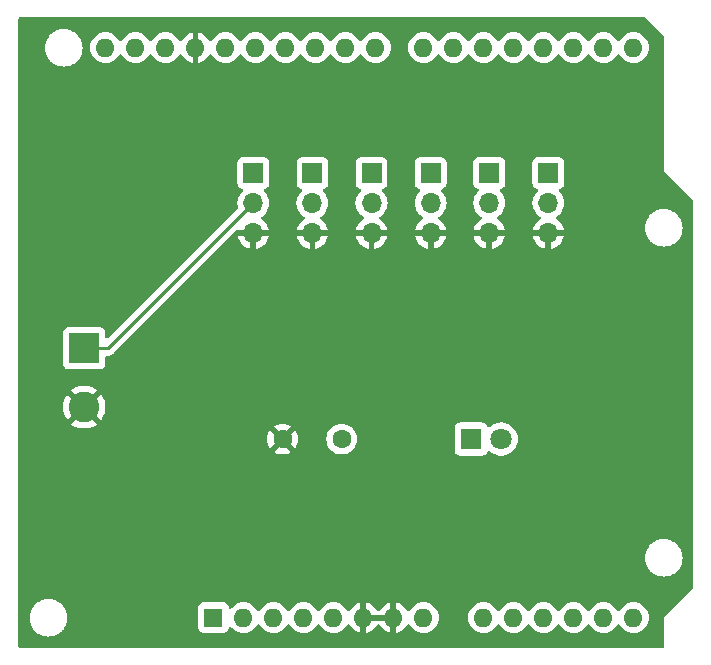
<source format=gbr>
%TF.GenerationSoftware,KiCad,Pcbnew,7.0.9*%
%TF.CreationDate,2023-11-23T21:48:05+09:00*%
%TF.ProjectId,arduino_robotarm_shield,61726475-696e-46f5-9f72-6f626f746172,rev?*%
%TF.SameCoordinates,Original*%
%TF.FileFunction,Copper,L2,Bot*%
%TF.FilePolarity,Positive*%
%FSLAX46Y46*%
G04 Gerber Fmt 4.6, Leading zero omitted, Abs format (unit mm)*
G04 Created by KiCad (PCBNEW 7.0.9) date 2023-11-23 21:48:05*
%MOMM*%
%LPD*%
G01*
G04 APERTURE LIST*
%TA.AperFunction,ComponentPad*%
%ADD10C,1.600000*%
%TD*%
%TA.AperFunction,ComponentPad*%
%ADD11R,1.700000X1.700000*%
%TD*%
%TA.AperFunction,ComponentPad*%
%ADD12O,1.700000X1.700000*%
%TD*%
%TA.AperFunction,ComponentPad*%
%ADD13R,2.600000X2.600000*%
%TD*%
%TA.AperFunction,ComponentPad*%
%ADD14C,2.600000*%
%TD*%
%TA.AperFunction,ComponentPad*%
%ADD15R,1.800000X1.800000*%
%TD*%
%TA.AperFunction,ComponentPad*%
%ADD16C,1.800000*%
%TD*%
%TA.AperFunction,ComponentPad*%
%ADD17R,1.600000X1.600000*%
%TD*%
%TA.AperFunction,ComponentPad*%
%ADD18O,1.600000X1.600000*%
%TD*%
%TA.AperFunction,Conductor*%
%ADD19C,0.250000*%
%TD*%
G04 APERTURE END LIST*
D10*
%TO.P,R1,1*%
%TO.N,Net-(D1-K)*%
X154500000Y-66000000D03*
%TO.P,R1,2*%
%TO.N,GND*%
X149500000Y-66000000D03*
%TD*%
D11*
%TO.P,J7,1,Pin_1*%
%TO.N,/S5*%
X147025000Y-43475000D03*
D12*
%TO.P,J7,2,Pin_2*%
%TO.N,-5V*%
X147025000Y-46015000D03*
%TO.P,J7,3,Pin_3*%
%TO.N,GND*%
X147025000Y-48555000D03*
%TD*%
D11*
%TO.P,J6,1,Pin_1*%
%TO.N,/S4*%
X152025000Y-43475000D03*
D12*
%TO.P,J6,2,Pin_2*%
%TO.N,-5V*%
X152025000Y-46015000D03*
%TO.P,J6,3,Pin_3*%
%TO.N,GND*%
X152025000Y-48555000D03*
%TD*%
D11*
%TO.P,J5,1,Pin_1*%
%TO.N,/S3*%
X157025000Y-43475000D03*
D12*
%TO.P,J5,2,Pin_2*%
%TO.N,-5V*%
X157025000Y-46015000D03*
%TO.P,J5,3,Pin_3*%
%TO.N,GND*%
X157025000Y-48555000D03*
%TD*%
D11*
%TO.P,J4,1,Pin_1*%
%TO.N,/S2*%
X162025000Y-43475000D03*
D12*
%TO.P,J4,2,Pin_2*%
%TO.N,-5V*%
X162025000Y-46015000D03*
%TO.P,J4,3,Pin_3*%
%TO.N,GND*%
X162025000Y-48555000D03*
%TD*%
%TO.P,J3,3,Pin_3*%
%TO.N,GND*%
X167000000Y-48540000D03*
%TO.P,J3,2,Pin_2*%
%TO.N,-5V*%
X167000000Y-46000000D03*
D11*
%TO.P,J3,1,Pin_1*%
%TO.N,/S1*%
X167000000Y-43460000D03*
%TD*%
D12*
%TO.P,J2,3,Pin_3*%
%TO.N,GND*%
X172000000Y-48540000D03*
%TO.P,J2,2,Pin_2*%
%TO.N,-5V*%
X172000000Y-46000000D03*
D11*
%TO.P,J2,1,Pin_1*%
%TO.N,/S0*%
X172000000Y-43460000D03*
%TD*%
D13*
%TO.P,J1,1,Pin_1*%
%TO.N,-5V*%
X132695000Y-58305000D03*
D14*
%TO.P,J1,2,Pin_2*%
%TO.N,GND*%
X132695000Y-63305000D03*
%TD*%
D15*
%TO.P,D1,1,K*%
%TO.N,Net-(D1-K)*%
X165460000Y-66000000D03*
D16*
%TO.P,D1,2,A*%
%TO.N,-5V*%
X168000000Y-66000000D03*
%TD*%
D17*
%TO.P,A1,1,NC*%
%TO.N,unconnected-(A1-NC-Pad1)*%
X143640000Y-81120000D03*
D18*
%TO.P,A1,2,IOREF*%
%TO.N,unconnected-(A1-IOREF-Pad2)*%
X146180000Y-81120000D03*
%TO.P,A1,3,~{RESET}*%
%TO.N,unconnected-(A1-~{RESET}-Pad3)*%
X148720000Y-81120000D03*
%TO.P,A1,4,3V3*%
%TO.N,unconnected-(A1-3V3-Pad4)*%
X151260000Y-81120000D03*
%TO.P,A1,5,+5V*%
%TO.N,unconnected-(A1-+5V-Pad5)*%
X153800000Y-81120000D03*
%TO.P,A1,6,GND*%
%TO.N,GND*%
X156340000Y-81120000D03*
%TO.P,A1,7,GND*%
X158880000Y-81120000D03*
%TO.P,A1,8,VIN*%
%TO.N,unconnected-(A1-VIN-Pad8)*%
X161420000Y-81120000D03*
%TO.P,A1,9,A0*%
%TO.N,unconnected-(A1-A0-Pad9)*%
X166500000Y-81120000D03*
%TO.P,A1,10,A1*%
%TO.N,unconnected-(A1-A1-Pad10)*%
X169040000Y-81120000D03*
%TO.P,A1,11,A2*%
%TO.N,unconnected-(A1-A2-Pad11)*%
X171580000Y-81120000D03*
%TO.P,A1,12,A3*%
%TO.N,unconnected-(A1-A3-Pad12)*%
X174120000Y-81120000D03*
%TO.P,A1,13,SDA/A4*%
%TO.N,unconnected-(A1-SDA{slash}A4-Pad13)*%
X176660000Y-81120000D03*
%TO.P,A1,14,SCL/A5*%
%TO.N,unconnected-(A1-SCL{slash}A5-Pad14)*%
X179200000Y-81120000D03*
%TO.P,A1,15,D0/RX*%
%TO.N,unconnected-(A1-D0{slash}RX-Pad15)*%
X179200000Y-32860000D03*
%TO.P,A1,16,D1/TX*%
%TO.N,unconnected-(A1-D1{slash}TX-Pad16)*%
X176660000Y-32860000D03*
%TO.P,A1,17,D2*%
%TO.N,unconnected-(A1-D2-Pad17)*%
X174120000Y-32860000D03*
%TO.P,A1,18,D3*%
%TO.N,/S0*%
X171580000Y-32860000D03*
%TO.P,A1,19,D4*%
%TO.N,unconnected-(A1-D4-Pad19)*%
X169040000Y-32860000D03*
%TO.P,A1,20,D5*%
%TO.N,/S1*%
X166500000Y-32860000D03*
%TO.P,A1,21,D6*%
%TO.N,/S2*%
X163960000Y-32860000D03*
%TO.P,A1,22,D7*%
%TO.N,unconnected-(A1-D7-Pad22)*%
X161420000Y-32860000D03*
%TO.P,A1,23,D8*%
%TO.N,unconnected-(A1-D8-Pad23)*%
X157360000Y-32860000D03*
%TO.P,A1,24,D9*%
%TO.N,/S3*%
X154820000Y-32860000D03*
%TO.P,A1,25,D10*%
%TO.N,/S4*%
X152280000Y-32860000D03*
%TO.P,A1,26,D11*%
%TO.N,/S5*%
X149740000Y-32860000D03*
%TO.P,A1,27,D12*%
%TO.N,unconnected-(A1-D12-Pad27)*%
X147200000Y-32860000D03*
%TO.P,A1,28,D13*%
%TO.N,unconnected-(A1-D13-Pad28)*%
X144660000Y-32860000D03*
%TO.P,A1,29,GND*%
%TO.N,GND*%
X142120000Y-32860000D03*
%TO.P,A1,30,AREF*%
%TO.N,unconnected-(A1-AREF-Pad30)*%
X139580000Y-32860000D03*
%TO.P,A1,31,SDA/A4*%
%TO.N,unconnected-(A1-SDA{slash}A4-Pad31)*%
X137040000Y-32860000D03*
%TO.P,A1,32,SCL/A5*%
%TO.N,unconnected-(A1-SCL{slash}A5-Pad32)*%
X134500000Y-32860000D03*
%TD*%
D19*
%TO.N,-5V*%
X134735000Y-58305000D02*
X147025000Y-46015000D01*
X132695000Y-58305000D02*
X134735000Y-58305000D01*
%TD*%
%TA.AperFunction,Conductor*%
%TO.N,GND*%
G36*
X158420507Y-80910156D02*
G01*
X158380000Y-81048111D01*
X158380000Y-81191889D01*
X158420507Y-81329844D01*
X158446314Y-81370000D01*
X156773686Y-81370000D01*
X156799493Y-81329844D01*
X156840000Y-81191889D01*
X156840000Y-81048111D01*
X156799493Y-80910156D01*
X156773686Y-80870000D01*
X158446314Y-80870000D01*
X158420507Y-80910156D01*
G37*
%TD.AperFunction*%
%TA.AperFunction,Conductor*%
G36*
X180220677Y-30307712D02*
G01*
X180241319Y-30324346D01*
X181733181Y-31816208D01*
X181766666Y-31877531D01*
X181769500Y-31903889D01*
X181769500Y-43275260D01*
X181769458Y-43279997D01*
X181769529Y-43280170D01*
X181769614Y-43280380D01*
X181771977Y-43282741D01*
X184214223Y-45784072D01*
X184246973Y-45845790D01*
X184249500Y-45870698D01*
X184249500Y-78535300D01*
X184229815Y-78602339D01*
X184214223Y-78621927D01*
X181772594Y-81122625D01*
X181769616Y-81125615D01*
X181769597Y-81125663D01*
X181769603Y-81125651D01*
X181769538Y-81125807D01*
X181769457Y-81126004D01*
X181769500Y-81129398D01*
X181769500Y-83541500D01*
X181749815Y-83608539D01*
X181697011Y-83654294D01*
X181645500Y-83665500D01*
X127254500Y-83665500D01*
X127187461Y-83645815D01*
X127141706Y-83593011D01*
X127130500Y-83541500D01*
X127130500Y-81126000D01*
X128077090Y-81126000D01*
X128077098Y-81126103D01*
X128084756Y-81223408D01*
X128084947Y-81228274D01*
X128084947Y-81250746D01*
X128088461Y-81272943D01*
X128089033Y-81277774D01*
X128094459Y-81346697D01*
X128096701Y-81375186D01*
X128096701Y-81375189D01*
X128096702Y-81375191D01*
X128119510Y-81470195D01*
X128120460Y-81474971D01*
X128123976Y-81497170D01*
X128130921Y-81518542D01*
X128132242Y-81523228D01*
X128155052Y-81618235D01*
X128155054Y-81618241D01*
X128173494Y-81662757D01*
X128192446Y-81708512D01*
X128194127Y-81713070D01*
X128201072Y-81734445D01*
X128211280Y-81754480D01*
X128213318Y-81758901D01*
X128250706Y-81849166D01*
X128301751Y-81932462D01*
X128304130Y-81936710D01*
X128304136Y-81936721D01*
X128314341Y-81956749D01*
X128320688Y-81965485D01*
X128327556Y-81974939D01*
X128330260Y-81978987D01*
X128381305Y-82062283D01*
X128381309Y-82062289D01*
X128444759Y-82136579D01*
X128447763Y-82140390D01*
X128460989Y-82158593D01*
X128476898Y-82174502D01*
X128480191Y-82178065D01*
X128543643Y-82252357D01*
X128573137Y-82277547D01*
X128617932Y-82315806D01*
X128621495Y-82319099D01*
X128637407Y-82335011D01*
X128655613Y-82348238D01*
X128659407Y-82351229D01*
X128733711Y-82414691D01*
X128817012Y-82465738D01*
X128817014Y-82465739D01*
X128821051Y-82468436D01*
X128839251Y-82481659D01*
X128859309Y-82491879D01*
X128863500Y-82494225D01*
X128946834Y-82545293D01*
X129037133Y-82582696D01*
X129041501Y-82584710D01*
X129061551Y-82594926D01*
X129082951Y-82601879D01*
X129087492Y-82603555D01*
X129177764Y-82640947D01*
X129177766Y-82640947D01*
X129177770Y-82640949D01*
X129239790Y-82655838D01*
X129272773Y-82663757D01*
X129277438Y-82665072D01*
X129292872Y-82670087D01*
X129298828Y-82672023D01*
X129298829Y-82672023D01*
X129298832Y-82672024D01*
X129321049Y-82675542D01*
X129325775Y-82676481D01*
X129420814Y-82699299D01*
X129518234Y-82706966D01*
X129523051Y-82707536D01*
X129539801Y-82710189D01*
X129545253Y-82711053D01*
X129567725Y-82711053D01*
X129572591Y-82711244D01*
X129582438Y-82712018D01*
X129670000Y-82718910D01*
X129757561Y-82712018D01*
X129767409Y-82711244D01*
X129772275Y-82711053D01*
X129794743Y-82711053D01*
X129794746Y-82711053D01*
X129816954Y-82707535D01*
X129821756Y-82706966D01*
X129919186Y-82699299D01*
X130014234Y-82676479D01*
X130018906Y-82675549D01*
X130041168Y-82672024D01*
X130062590Y-82665063D01*
X130067209Y-82663761D01*
X130162236Y-82640947D01*
X130252534Y-82603544D01*
X130257023Y-82601887D01*
X130278449Y-82594926D01*
X130298520Y-82584699D01*
X130302861Y-82582698D01*
X130393166Y-82545293D01*
X130476514Y-82494217D01*
X130480686Y-82491881D01*
X130500749Y-82481659D01*
X130518948Y-82468436D01*
X130522964Y-82465752D01*
X130606289Y-82414691D01*
X130680596Y-82351226D01*
X130684376Y-82348245D01*
X130702593Y-82335011D01*
X130718507Y-82319096D01*
X130722048Y-82315822D01*
X130796357Y-82252357D01*
X130859822Y-82178048D01*
X130863096Y-82174507D01*
X130879011Y-82158593D01*
X130892245Y-82140376D01*
X130895226Y-82136596D01*
X130958691Y-82062289D01*
X131009752Y-81978965D01*
X131012443Y-81974939D01*
X131017579Y-81967870D01*
X142339500Y-81967870D01*
X142339501Y-81967876D01*
X142345908Y-82027483D01*
X142396202Y-82162328D01*
X142396206Y-82162335D01*
X142482452Y-82277544D01*
X142482455Y-82277547D01*
X142597664Y-82363793D01*
X142597671Y-82363797D01*
X142732517Y-82414091D01*
X142732516Y-82414091D01*
X142738107Y-82414692D01*
X142792127Y-82420500D01*
X144487872Y-82420499D01*
X144547483Y-82414091D01*
X144682331Y-82363796D01*
X144797546Y-82277546D01*
X144883796Y-82162331D01*
X144934091Y-82027483D01*
X144937862Y-81992401D01*
X144964599Y-81927855D01*
X145021990Y-81888006D01*
X145091816Y-81885511D01*
X145151905Y-81921163D01*
X145162726Y-81934536D01*
X145179956Y-81959143D01*
X145340858Y-82120045D01*
X145340861Y-82120047D01*
X145527266Y-82250568D01*
X145733504Y-82346739D01*
X145733509Y-82346740D01*
X145733511Y-82346741D01*
X145786415Y-82360916D01*
X145953308Y-82405635D01*
X146115230Y-82419801D01*
X146179998Y-82425468D01*
X146180000Y-82425468D01*
X146180002Y-82425468D01*
X146236807Y-82420498D01*
X146406692Y-82405635D01*
X146626496Y-82346739D01*
X146832734Y-82250568D01*
X147019139Y-82120047D01*
X147180047Y-81959139D01*
X147310568Y-81772734D01*
X147337618Y-81714724D01*
X147383790Y-81662285D01*
X147450983Y-81643133D01*
X147517865Y-81663348D01*
X147562381Y-81714724D01*
X147571579Y-81734449D01*
X147589429Y-81772728D01*
X147589432Y-81772734D01*
X147719954Y-81959141D01*
X147880858Y-82120045D01*
X147880861Y-82120047D01*
X148067266Y-82250568D01*
X148273504Y-82346739D01*
X148273509Y-82346740D01*
X148273511Y-82346741D01*
X148326415Y-82360916D01*
X148493308Y-82405635D01*
X148655230Y-82419801D01*
X148719998Y-82425468D01*
X148720000Y-82425468D01*
X148720002Y-82425468D01*
X148776807Y-82420498D01*
X148946692Y-82405635D01*
X149166496Y-82346739D01*
X149372734Y-82250568D01*
X149559139Y-82120047D01*
X149720047Y-81959139D01*
X149850568Y-81772734D01*
X149877618Y-81714724D01*
X149923790Y-81662285D01*
X149990983Y-81643133D01*
X150057865Y-81663348D01*
X150102381Y-81714724D01*
X150111579Y-81734449D01*
X150129429Y-81772728D01*
X150129432Y-81772734D01*
X150259954Y-81959141D01*
X150420858Y-82120045D01*
X150420861Y-82120047D01*
X150607266Y-82250568D01*
X150813504Y-82346739D01*
X150813509Y-82346740D01*
X150813511Y-82346741D01*
X150866415Y-82360916D01*
X151033308Y-82405635D01*
X151195230Y-82419801D01*
X151259998Y-82425468D01*
X151260000Y-82425468D01*
X151260002Y-82425468D01*
X151316807Y-82420498D01*
X151486692Y-82405635D01*
X151706496Y-82346739D01*
X151912734Y-82250568D01*
X152099139Y-82120047D01*
X152260047Y-81959139D01*
X152390568Y-81772734D01*
X152417618Y-81714724D01*
X152463790Y-81662285D01*
X152530983Y-81643133D01*
X152597865Y-81663348D01*
X152642381Y-81714724D01*
X152651579Y-81734449D01*
X152669429Y-81772728D01*
X152669432Y-81772734D01*
X152799954Y-81959141D01*
X152960858Y-82120045D01*
X152960861Y-82120047D01*
X153147266Y-82250568D01*
X153353504Y-82346739D01*
X153353509Y-82346740D01*
X153353511Y-82346741D01*
X153406415Y-82360916D01*
X153573308Y-82405635D01*
X153735230Y-82419801D01*
X153799998Y-82425468D01*
X153800000Y-82425468D01*
X153800002Y-82425468D01*
X153856807Y-82420498D01*
X154026692Y-82405635D01*
X154246496Y-82346739D01*
X154452734Y-82250568D01*
X154639139Y-82120047D01*
X154800047Y-81959139D01*
X154930568Y-81772734D01*
X154957895Y-81714129D01*
X155004064Y-81661695D01*
X155071257Y-81642542D01*
X155138139Y-81662757D01*
X155182657Y-81714133D01*
X155209865Y-81772482D01*
X155340342Y-81958820D01*
X155501179Y-82119657D01*
X155687517Y-82250134D01*
X155893673Y-82346265D01*
X155893682Y-82346269D01*
X156089999Y-82398872D01*
X156090000Y-82398871D01*
X156090000Y-81555501D01*
X156197685Y-81604680D01*
X156304237Y-81620000D01*
X156375763Y-81620000D01*
X156482315Y-81604680D01*
X156590000Y-81555501D01*
X156590000Y-82398872D01*
X156786317Y-82346269D01*
X156786326Y-82346265D01*
X156992482Y-82250134D01*
X157178820Y-82119657D01*
X157339657Y-81958820D01*
X157470134Y-81772481D01*
X157470135Y-81772479D01*
X157497618Y-81713543D01*
X157543790Y-81661103D01*
X157610983Y-81641951D01*
X157677864Y-81662166D01*
X157722382Y-81713543D01*
X157749864Y-81772479D01*
X157749865Y-81772481D01*
X157880342Y-81958820D01*
X158041179Y-82119657D01*
X158227517Y-82250134D01*
X158433673Y-82346265D01*
X158433682Y-82346269D01*
X158629999Y-82398872D01*
X158630000Y-82398871D01*
X158630000Y-81555501D01*
X158737685Y-81604680D01*
X158844237Y-81620000D01*
X158915763Y-81620000D01*
X159022315Y-81604680D01*
X159130000Y-81555501D01*
X159130000Y-82398872D01*
X159326317Y-82346269D01*
X159326326Y-82346265D01*
X159532482Y-82250134D01*
X159718820Y-82119657D01*
X159879657Y-81958820D01*
X160010132Y-81772484D01*
X160037341Y-81714134D01*
X160083513Y-81661695D01*
X160150707Y-81642542D01*
X160217588Y-81662757D01*
X160262105Y-81714132D01*
X160271579Y-81734449D01*
X160289431Y-81772732D01*
X160289432Y-81772734D01*
X160419954Y-81959141D01*
X160580858Y-82120045D01*
X160580861Y-82120047D01*
X160767266Y-82250568D01*
X160973504Y-82346739D01*
X160973509Y-82346740D01*
X160973511Y-82346741D01*
X161026415Y-82360916D01*
X161193308Y-82405635D01*
X161355230Y-82419801D01*
X161419998Y-82425468D01*
X161420000Y-82425468D01*
X161420002Y-82425468D01*
X161476807Y-82420498D01*
X161646692Y-82405635D01*
X161866496Y-82346739D01*
X162072734Y-82250568D01*
X162259139Y-82120047D01*
X162420047Y-81959139D01*
X162550568Y-81772734D01*
X162646739Y-81566496D01*
X162705635Y-81346692D01*
X162725468Y-81120001D01*
X165194532Y-81120001D01*
X165214364Y-81346686D01*
X165214366Y-81346697D01*
X165273258Y-81566488D01*
X165273261Y-81566497D01*
X165369431Y-81772732D01*
X165369432Y-81772734D01*
X165499954Y-81959141D01*
X165660858Y-82120045D01*
X165660861Y-82120047D01*
X165847266Y-82250568D01*
X166053504Y-82346739D01*
X166053509Y-82346740D01*
X166053511Y-82346741D01*
X166106415Y-82360916D01*
X166273308Y-82405635D01*
X166435230Y-82419801D01*
X166499998Y-82425468D01*
X166500000Y-82425468D01*
X166500002Y-82425468D01*
X166556807Y-82420498D01*
X166726692Y-82405635D01*
X166946496Y-82346739D01*
X167152734Y-82250568D01*
X167339139Y-82120047D01*
X167500047Y-81959139D01*
X167630568Y-81772734D01*
X167657618Y-81714724D01*
X167703790Y-81662285D01*
X167770983Y-81643133D01*
X167837865Y-81663348D01*
X167882381Y-81714724D01*
X167891579Y-81734449D01*
X167909429Y-81772728D01*
X167909432Y-81772734D01*
X168039954Y-81959141D01*
X168200858Y-82120045D01*
X168200861Y-82120047D01*
X168387266Y-82250568D01*
X168593504Y-82346739D01*
X168593509Y-82346740D01*
X168593511Y-82346741D01*
X168646415Y-82360916D01*
X168813308Y-82405635D01*
X168975230Y-82419801D01*
X169039998Y-82425468D01*
X169040000Y-82425468D01*
X169040002Y-82425468D01*
X169096807Y-82420498D01*
X169266692Y-82405635D01*
X169486496Y-82346739D01*
X169692734Y-82250568D01*
X169879139Y-82120047D01*
X170040047Y-81959139D01*
X170170568Y-81772734D01*
X170197618Y-81714724D01*
X170243790Y-81662285D01*
X170310983Y-81643133D01*
X170377865Y-81663348D01*
X170422381Y-81714724D01*
X170431579Y-81734449D01*
X170449429Y-81772728D01*
X170449432Y-81772734D01*
X170579954Y-81959141D01*
X170740858Y-82120045D01*
X170740861Y-82120047D01*
X170927266Y-82250568D01*
X171133504Y-82346739D01*
X171133509Y-82346740D01*
X171133511Y-82346741D01*
X171186415Y-82360916D01*
X171353308Y-82405635D01*
X171515230Y-82419801D01*
X171579998Y-82425468D01*
X171580000Y-82425468D01*
X171580002Y-82425468D01*
X171636807Y-82420498D01*
X171806692Y-82405635D01*
X172026496Y-82346739D01*
X172232734Y-82250568D01*
X172419139Y-82120047D01*
X172580047Y-81959139D01*
X172710568Y-81772734D01*
X172737618Y-81714724D01*
X172783790Y-81662285D01*
X172850983Y-81643133D01*
X172917865Y-81663348D01*
X172962381Y-81714724D01*
X172971579Y-81734449D01*
X172989429Y-81772728D01*
X172989432Y-81772734D01*
X173119954Y-81959141D01*
X173280858Y-82120045D01*
X173280861Y-82120047D01*
X173467266Y-82250568D01*
X173673504Y-82346739D01*
X173673509Y-82346740D01*
X173673511Y-82346741D01*
X173726415Y-82360916D01*
X173893308Y-82405635D01*
X174055230Y-82419801D01*
X174119998Y-82425468D01*
X174120000Y-82425468D01*
X174120002Y-82425468D01*
X174176807Y-82420498D01*
X174346692Y-82405635D01*
X174566496Y-82346739D01*
X174772734Y-82250568D01*
X174959139Y-82120047D01*
X175120047Y-81959139D01*
X175250568Y-81772734D01*
X175277618Y-81714724D01*
X175323790Y-81662285D01*
X175390983Y-81643133D01*
X175457865Y-81663348D01*
X175502381Y-81714724D01*
X175511579Y-81734449D01*
X175529429Y-81772728D01*
X175529432Y-81772734D01*
X175659954Y-81959141D01*
X175820858Y-82120045D01*
X175820861Y-82120047D01*
X176007266Y-82250568D01*
X176213504Y-82346739D01*
X176213509Y-82346740D01*
X176213511Y-82346741D01*
X176266415Y-82360916D01*
X176433308Y-82405635D01*
X176595230Y-82419801D01*
X176659998Y-82425468D01*
X176660000Y-82425468D01*
X176660002Y-82425468D01*
X176716807Y-82420498D01*
X176886692Y-82405635D01*
X177106496Y-82346739D01*
X177312734Y-82250568D01*
X177499139Y-82120047D01*
X177660047Y-81959139D01*
X177790568Y-81772734D01*
X177817618Y-81714724D01*
X177863790Y-81662285D01*
X177930983Y-81643133D01*
X177997865Y-81663348D01*
X178042381Y-81714724D01*
X178051579Y-81734449D01*
X178069429Y-81772728D01*
X178069432Y-81772734D01*
X178199954Y-81959141D01*
X178360858Y-82120045D01*
X178360861Y-82120047D01*
X178547266Y-82250568D01*
X178753504Y-82346739D01*
X178753509Y-82346740D01*
X178753511Y-82346741D01*
X178806415Y-82360916D01*
X178973308Y-82405635D01*
X179135230Y-82419801D01*
X179199998Y-82425468D01*
X179200000Y-82425468D01*
X179200002Y-82425468D01*
X179256807Y-82420498D01*
X179426692Y-82405635D01*
X179646496Y-82346739D01*
X179852734Y-82250568D01*
X180039139Y-82120047D01*
X180200047Y-81959139D01*
X180330568Y-81772734D01*
X180426739Y-81566496D01*
X180485635Y-81346692D01*
X180505468Y-81120000D01*
X180485635Y-80893308D01*
X180426739Y-80673504D01*
X180330568Y-80467266D01*
X180200047Y-80280861D01*
X180200045Y-80280858D01*
X180039141Y-80119954D01*
X179852734Y-79989432D01*
X179852732Y-79989431D01*
X179646497Y-79893261D01*
X179646488Y-79893258D01*
X179426697Y-79834366D01*
X179426693Y-79834365D01*
X179426692Y-79834365D01*
X179426691Y-79834364D01*
X179426686Y-79834364D01*
X179200002Y-79814532D01*
X179199998Y-79814532D01*
X178973313Y-79834364D01*
X178973302Y-79834366D01*
X178753511Y-79893258D01*
X178753502Y-79893261D01*
X178547267Y-79989431D01*
X178547265Y-79989432D01*
X178360858Y-80119954D01*
X178199954Y-80280858D01*
X178069432Y-80467265D01*
X178069431Y-80467267D01*
X178050310Y-80508272D01*
X178045979Y-80517562D01*
X178042382Y-80525275D01*
X177996209Y-80577714D01*
X177929016Y-80596866D01*
X177862135Y-80576650D01*
X177817618Y-80525275D01*
X177790568Y-80467266D01*
X177660047Y-80280861D01*
X177660045Y-80280858D01*
X177499141Y-80119954D01*
X177312734Y-79989432D01*
X177312732Y-79989431D01*
X177106497Y-79893261D01*
X177106488Y-79893258D01*
X176886697Y-79834366D01*
X176886693Y-79834365D01*
X176886692Y-79834365D01*
X176886691Y-79834364D01*
X176886686Y-79834364D01*
X176660002Y-79814532D01*
X176659998Y-79814532D01*
X176433313Y-79834364D01*
X176433302Y-79834366D01*
X176213511Y-79893258D01*
X176213502Y-79893261D01*
X176007267Y-79989431D01*
X176007265Y-79989432D01*
X175820858Y-80119954D01*
X175659954Y-80280858D01*
X175529432Y-80467265D01*
X175529431Y-80467267D01*
X175510310Y-80508272D01*
X175505979Y-80517562D01*
X175502382Y-80525275D01*
X175456209Y-80577714D01*
X175389016Y-80596866D01*
X175322135Y-80576650D01*
X175277618Y-80525275D01*
X175250568Y-80467266D01*
X175120047Y-80280861D01*
X175120045Y-80280858D01*
X174959141Y-80119954D01*
X174772734Y-79989432D01*
X174772732Y-79989431D01*
X174566497Y-79893261D01*
X174566488Y-79893258D01*
X174346697Y-79834366D01*
X174346693Y-79834365D01*
X174346692Y-79834365D01*
X174346691Y-79834364D01*
X174346686Y-79834364D01*
X174120002Y-79814532D01*
X174119998Y-79814532D01*
X173893313Y-79834364D01*
X173893302Y-79834366D01*
X173673511Y-79893258D01*
X173673502Y-79893261D01*
X173467267Y-79989431D01*
X173467265Y-79989432D01*
X173280858Y-80119954D01*
X173119954Y-80280858D01*
X172989432Y-80467265D01*
X172989431Y-80467267D01*
X172970310Y-80508272D01*
X172965979Y-80517562D01*
X172962382Y-80525275D01*
X172916209Y-80577714D01*
X172849016Y-80596866D01*
X172782135Y-80576650D01*
X172737618Y-80525275D01*
X172710568Y-80467266D01*
X172580047Y-80280861D01*
X172580045Y-80280858D01*
X172419141Y-80119954D01*
X172232734Y-79989432D01*
X172232732Y-79989431D01*
X172026497Y-79893261D01*
X172026488Y-79893258D01*
X171806697Y-79834366D01*
X171806693Y-79834365D01*
X171806692Y-79834365D01*
X171806691Y-79834364D01*
X171806686Y-79834364D01*
X171580002Y-79814532D01*
X171579998Y-79814532D01*
X171353313Y-79834364D01*
X171353302Y-79834366D01*
X171133511Y-79893258D01*
X171133502Y-79893261D01*
X170927267Y-79989431D01*
X170927265Y-79989432D01*
X170740858Y-80119954D01*
X170579954Y-80280858D01*
X170449432Y-80467265D01*
X170449431Y-80467267D01*
X170430310Y-80508272D01*
X170425979Y-80517562D01*
X170422382Y-80525275D01*
X170376209Y-80577714D01*
X170309016Y-80596866D01*
X170242135Y-80576650D01*
X170197618Y-80525275D01*
X170170568Y-80467266D01*
X170040047Y-80280861D01*
X170040045Y-80280858D01*
X169879141Y-80119954D01*
X169692734Y-79989432D01*
X169692732Y-79989431D01*
X169486497Y-79893261D01*
X169486488Y-79893258D01*
X169266697Y-79834366D01*
X169266693Y-79834365D01*
X169266692Y-79834365D01*
X169266691Y-79834364D01*
X169266686Y-79834364D01*
X169040002Y-79814532D01*
X169039998Y-79814532D01*
X168813313Y-79834364D01*
X168813302Y-79834366D01*
X168593511Y-79893258D01*
X168593502Y-79893261D01*
X168387267Y-79989431D01*
X168387265Y-79989432D01*
X168200858Y-80119954D01*
X168039954Y-80280858D01*
X167909432Y-80467265D01*
X167909431Y-80467267D01*
X167890310Y-80508272D01*
X167885979Y-80517562D01*
X167882382Y-80525275D01*
X167836209Y-80577714D01*
X167769016Y-80596866D01*
X167702135Y-80576650D01*
X167657618Y-80525275D01*
X167630568Y-80467266D01*
X167500047Y-80280861D01*
X167500045Y-80280858D01*
X167339141Y-80119954D01*
X167152734Y-79989432D01*
X167152732Y-79989431D01*
X166946497Y-79893261D01*
X166946488Y-79893258D01*
X166726697Y-79834366D01*
X166726693Y-79834365D01*
X166726692Y-79834365D01*
X166726691Y-79834364D01*
X166726686Y-79834364D01*
X166500002Y-79814532D01*
X166499998Y-79814532D01*
X166273313Y-79834364D01*
X166273302Y-79834366D01*
X166053511Y-79893258D01*
X166053502Y-79893261D01*
X165847267Y-79989431D01*
X165847265Y-79989432D01*
X165660858Y-80119954D01*
X165499954Y-80280858D01*
X165369432Y-80467265D01*
X165369431Y-80467267D01*
X165273261Y-80673502D01*
X165273258Y-80673511D01*
X165214366Y-80893302D01*
X165214364Y-80893313D01*
X165194532Y-81119998D01*
X165194532Y-81120001D01*
X162725468Y-81120001D01*
X162725468Y-81120000D01*
X162705635Y-80893308D01*
X162646739Y-80673504D01*
X162550568Y-80467266D01*
X162420047Y-80280861D01*
X162420045Y-80280858D01*
X162259141Y-80119954D01*
X162072734Y-79989432D01*
X162072732Y-79989431D01*
X161866497Y-79893261D01*
X161866488Y-79893258D01*
X161646697Y-79834366D01*
X161646693Y-79834365D01*
X161646692Y-79834365D01*
X161646691Y-79834364D01*
X161646686Y-79834364D01*
X161420002Y-79814532D01*
X161419998Y-79814532D01*
X161193313Y-79834364D01*
X161193302Y-79834366D01*
X160973511Y-79893258D01*
X160973502Y-79893261D01*
X160767267Y-79989431D01*
X160767265Y-79989432D01*
X160580858Y-80119954D01*
X160419954Y-80280858D01*
X160289433Y-80467264D01*
X160289432Y-80467266D01*
X160265979Y-80517562D01*
X160262106Y-80525867D01*
X160215933Y-80578306D01*
X160148739Y-80597457D01*
X160081858Y-80577241D01*
X160037342Y-80525865D01*
X160010135Y-80467520D01*
X160010134Y-80467518D01*
X159879657Y-80281179D01*
X159718820Y-80120342D01*
X159532482Y-79989865D01*
X159326328Y-79893734D01*
X159130000Y-79841127D01*
X159130000Y-80684498D01*
X159022315Y-80635320D01*
X158915763Y-80620000D01*
X158844237Y-80620000D01*
X158737685Y-80635320D01*
X158630000Y-80684498D01*
X158630000Y-79841127D01*
X158433671Y-79893734D01*
X158227517Y-79989865D01*
X158041179Y-80120342D01*
X157880342Y-80281179D01*
X157749865Y-80467517D01*
X157722382Y-80526457D01*
X157676210Y-80578896D01*
X157609016Y-80598048D01*
X157542135Y-80577832D01*
X157497618Y-80526457D01*
X157470134Y-80467517D01*
X157339657Y-80281179D01*
X157178820Y-80120342D01*
X156992482Y-79989865D01*
X156786328Y-79893734D01*
X156590000Y-79841127D01*
X156590000Y-80684498D01*
X156482315Y-80635320D01*
X156375763Y-80620000D01*
X156304237Y-80620000D01*
X156197685Y-80635320D01*
X156090000Y-80684498D01*
X156090000Y-79841127D01*
X155893671Y-79893734D01*
X155687517Y-79989865D01*
X155501179Y-80120342D01*
X155340342Y-80281179D01*
X155209867Y-80467515D01*
X155182657Y-80525867D01*
X155136484Y-80578306D01*
X155069290Y-80597457D01*
X155002409Y-80577241D01*
X154957893Y-80525865D01*
X154954021Y-80517562D01*
X154930568Y-80467266D01*
X154800047Y-80280861D01*
X154800045Y-80280858D01*
X154639141Y-80119954D01*
X154452734Y-79989432D01*
X154452732Y-79989431D01*
X154246497Y-79893261D01*
X154246488Y-79893258D01*
X154026697Y-79834366D01*
X154026693Y-79834365D01*
X154026692Y-79834365D01*
X154026691Y-79834364D01*
X154026686Y-79834364D01*
X153800002Y-79814532D01*
X153799998Y-79814532D01*
X153573313Y-79834364D01*
X153573302Y-79834366D01*
X153353511Y-79893258D01*
X153353502Y-79893261D01*
X153147267Y-79989431D01*
X153147265Y-79989432D01*
X152960858Y-80119954D01*
X152799954Y-80280858D01*
X152669432Y-80467265D01*
X152669431Y-80467267D01*
X152650310Y-80508272D01*
X152645979Y-80517562D01*
X152642382Y-80525275D01*
X152596209Y-80577714D01*
X152529016Y-80596866D01*
X152462135Y-80576650D01*
X152417618Y-80525275D01*
X152390568Y-80467266D01*
X152260047Y-80280861D01*
X152260045Y-80280858D01*
X152099141Y-80119954D01*
X151912734Y-79989432D01*
X151912732Y-79989431D01*
X151706497Y-79893261D01*
X151706488Y-79893258D01*
X151486697Y-79834366D01*
X151486693Y-79834365D01*
X151486692Y-79834365D01*
X151486691Y-79834364D01*
X151486686Y-79834364D01*
X151260002Y-79814532D01*
X151259998Y-79814532D01*
X151033313Y-79834364D01*
X151033302Y-79834366D01*
X150813511Y-79893258D01*
X150813502Y-79893261D01*
X150607267Y-79989431D01*
X150607265Y-79989432D01*
X150420858Y-80119954D01*
X150259954Y-80280858D01*
X150129432Y-80467265D01*
X150129431Y-80467267D01*
X150110310Y-80508272D01*
X150105979Y-80517562D01*
X150102382Y-80525275D01*
X150056209Y-80577714D01*
X149989016Y-80596866D01*
X149922135Y-80576650D01*
X149877618Y-80525275D01*
X149850568Y-80467266D01*
X149720047Y-80280861D01*
X149720045Y-80280858D01*
X149559141Y-80119954D01*
X149372734Y-79989432D01*
X149372732Y-79989431D01*
X149166497Y-79893261D01*
X149166488Y-79893258D01*
X148946697Y-79834366D01*
X148946693Y-79834365D01*
X148946692Y-79834365D01*
X148946691Y-79834364D01*
X148946686Y-79834364D01*
X148720002Y-79814532D01*
X148719998Y-79814532D01*
X148493313Y-79834364D01*
X148493302Y-79834366D01*
X148273511Y-79893258D01*
X148273502Y-79893261D01*
X148067267Y-79989431D01*
X148067265Y-79989432D01*
X147880858Y-80119954D01*
X147719954Y-80280858D01*
X147589432Y-80467265D01*
X147589431Y-80467267D01*
X147570310Y-80508272D01*
X147565979Y-80517562D01*
X147562382Y-80525275D01*
X147516209Y-80577714D01*
X147449016Y-80596866D01*
X147382135Y-80576650D01*
X147337618Y-80525275D01*
X147310568Y-80467266D01*
X147180047Y-80280861D01*
X147180045Y-80280858D01*
X147019141Y-80119954D01*
X146832734Y-79989432D01*
X146832732Y-79989431D01*
X146626497Y-79893261D01*
X146626488Y-79893258D01*
X146406697Y-79834366D01*
X146406693Y-79834365D01*
X146406692Y-79834365D01*
X146406691Y-79834364D01*
X146406686Y-79834364D01*
X146180002Y-79814532D01*
X146179998Y-79814532D01*
X145953313Y-79834364D01*
X145953302Y-79834366D01*
X145733511Y-79893258D01*
X145733502Y-79893261D01*
X145527267Y-79989431D01*
X145527265Y-79989432D01*
X145340858Y-80119954D01*
X145179954Y-80280858D01*
X145162725Y-80305464D01*
X145108147Y-80349088D01*
X145038648Y-80356280D01*
X144976294Y-80324757D01*
X144940882Y-80264526D01*
X144937861Y-80247591D01*
X144934091Y-80212516D01*
X144883797Y-80077671D01*
X144883793Y-80077664D01*
X144797547Y-79962455D01*
X144797544Y-79962452D01*
X144682335Y-79876206D01*
X144682328Y-79876202D01*
X144547482Y-79825908D01*
X144547483Y-79825908D01*
X144487883Y-79819501D01*
X144487881Y-79819500D01*
X144487873Y-79819500D01*
X144487864Y-79819500D01*
X142792129Y-79819500D01*
X142792123Y-79819501D01*
X142732516Y-79825908D01*
X142597671Y-79876202D01*
X142597664Y-79876206D01*
X142482455Y-79962452D01*
X142482452Y-79962455D01*
X142396206Y-80077664D01*
X142396202Y-80077671D01*
X142345908Y-80212517D01*
X142339501Y-80272116D01*
X142339500Y-80272135D01*
X142339500Y-81967870D01*
X131017579Y-81967870D01*
X131025659Y-81956749D01*
X131035881Y-81936686D01*
X131038217Y-81932514D01*
X131089293Y-81849166D01*
X131126698Y-81758861D01*
X131128699Y-81754520D01*
X131138926Y-81734449D01*
X131145887Y-81713023D01*
X131147544Y-81708534D01*
X131184947Y-81618236D01*
X131207761Y-81523209D01*
X131209063Y-81518590D01*
X131216024Y-81497168D01*
X131219549Y-81474906D01*
X131220479Y-81470234D01*
X131243299Y-81375186D01*
X131250966Y-81277759D01*
X131251537Y-81272943D01*
X131255053Y-81250746D01*
X131255668Y-81219371D01*
X131255844Y-81215775D01*
X131262910Y-81126000D01*
X131255844Y-81036227D01*
X131255668Y-81032624D01*
X131255053Y-81001254D01*
X131251537Y-80979054D01*
X131250965Y-80974227D01*
X131243299Y-80876814D01*
X131220481Y-80781775D01*
X131219542Y-80777049D01*
X131216024Y-80754832D01*
X131209072Y-80733438D01*
X131207757Y-80728773D01*
X131194488Y-80673504D01*
X131184949Y-80633770D01*
X131184944Y-80633758D01*
X131147555Y-80543492D01*
X131145874Y-80538936D01*
X131138926Y-80517551D01*
X131128710Y-80497501D01*
X131126696Y-80493133D01*
X131089293Y-80402834D01*
X131038225Y-80319500D01*
X131035879Y-80315309D01*
X131025659Y-80295251D01*
X131012436Y-80277051D01*
X131009739Y-80273014D01*
X130958691Y-80189711D01*
X130895229Y-80115407D01*
X130892238Y-80111613D01*
X130879011Y-80093407D01*
X130863099Y-80077495D01*
X130859806Y-80073932D01*
X130859801Y-80073926D01*
X130796357Y-79999643D01*
X130722065Y-79936191D01*
X130718499Y-79932895D01*
X130702593Y-79916989D01*
X130684390Y-79903763D01*
X130680579Y-79900759D01*
X130671800Y-79893261D01*
X130606289Y-79837309D01*
X130606283Y-79837305D01*
X130522987Y-79786260D01*
X130518939Y-79783556D01*
X130509485Y-79776688D01*
X130500749Y-79770341D01*
X130492057Y-79765912D01*
X130480710Y-79760130D01*
X130476462Y-79757751D01*
X130393166Y-79706706D01*
X130302901Y-79669318D01*
X130298480Y-79667280D01*
X130292054Y-79664006D01*
X130278449Y-79657074D01*
X130278446Y-79657073D01*
X130278444Y-79657072D01*
X130278445Y-79657072D01*
X130257070Y-79650127D01*
X130252512Y-79648446D01*
X130221543Y-79635618D01*
X130162241Y-79611054D01*
X130162235Y-79611052D01*
X130067228Y-79588242D01*
X130062542Y-79586921D01*
X130041170Y-79579976D01*
X130018971Y-79576460D01*
X130014195Y-79575510D01*
X129919191Y-79552702D01*
X129919189Y-79552701D01*
X129919186Y-79552701D01*
X129893024Y-79550642D01*
X129821774Y-79545033D01*
X129816943Y-79544461D01*
X129794746Y-79540947D01*
X129772275Y-79540947D01*
X129767409Y-79540756D01*
X129670000Y-79533090D01*
X129572591Y-79540756D01*
X129567725Y-79540947D01*
X129545255Y-79540947D01*
X129545254Y-79540947D01*
X129543088Y-79541290D01*
X129523058Y-79544461D01*
X129518227Y-79545033D01*
X129420811Y-79552701D01*
X129420806Y-79552702D01*
X129325804Y-79575510D01*
X129321029Y-79576460D01*
X129298828Y-79579976D01*
X129277451Y-79586922D01*
X129272767Y-79588243D01*
X129177767Y-79611052D01*
X129177758Y-79611055D01*
X129087501Y-79648440D01*
X129082936Y-79650124D01*
X129061562Y-79657069D01*
X129061545Y-79657076D01*
X129041517Y-79667280D01*
X129037097Y-79669318D01*
X128946841Y-79706703D01*
X128946829Y-79706709D01*
X128863531Y-79757754D01*
X128859285Y-79760132D01*
X128839253Y-79770339D01*
X128839244Y-79770345D01*
X128821057Y-79783557D01*
X128817013Y-79786259D01*
X128733708Y-79837311D01*
X128659420Y-79900758D01*
X128655598Y-79903771D01*
X128637414Y-79916982D01*
X128637408Y-79916987D01*
X128621498Y-79932895D01*
X128617926Y-79936197D01*
X128543642Y-79999642D01*
X128480197Y-80073926D01*
X128476895Y-80077498D01*
X128460987Y-80093408D01*
X128460982Y-80093414D01*
X128447771Y-80111598D01*
X128444758Y-80115420D01*
X128381311Y-80189708D01*
X128330259Y-80273013D01*
X128327557Y-80277057D01*
X128314345Y-80295244D01*
X128314339Y-80295253D01*
X128304132Y-80315285D01*
X128301754Y-80319531D01*
X128250709Y-80402829D01*
X128250703Y-80402841D01*
X128213318Y-80493097D01*
X128211280Y-80497517D01*
X128201076Y-80517545D01*
X128201069Y-80517562D01*
X128194124Y-80538936D01*
X128192440Y-80543501D01*
X128155055Y-80633758D01*
X128155052Y-80633767D01*
X128132243Y-80728767D01*
X128130922Y-80733451D01*
X128123976Y-80754828D01*
X128120460Y-80777029D01*
X128119510Y-80781804D01*
X128096702Y-80876806D01*
X128096701Y-80876811D01*
X128089033Y-80974227D01*
X128088461Y-80979058D01*
X128084947Y-81001254D01*
X128084947Y-81023725D01*
X128084756Y-81028591D01*
X128077112Y-81125720D01*
X128077090Y-81126000D01*
X127130500Y-81126000D01*
X127130500Y-76045999D01*
X180177090Y-76045999D01*
X180184756Y-76143408D01*
X180184947Y-76148274D01*
X180184947Y-76170746D01*
X180188461Y-76192943D01*
X180189033Y-76197774D01*
X180194642Y-76269024D01*
X180196701Y-76295186D01*
X180196701Y-76295189D01*
X180196702Y-76295191D01*
X180219510Y-76390195D01*
X180220460Y-76394971D01*
X180223976Y-76417170D01*
X180230921Y-76438542D01*
X180232242Y-76443228D01*
X180255052Y-76538235D01*
X180255054Y-76538241D01*
X180279618Y-76597543D01*
X180292446Y-76628512D01*
X180294127Y-76633070D01*
X180301072Y-76654445D01*
X180311280Y-76674480D01*
X180313318Y-76678901D01*
X180350706Y-76769166D01*
X180401751Y-76852462D01*
X180404130Y-76856710D01*
X180404136Y-76856721D01*
X180414341Y-76876749D01*
X180420688Y-76885485D01*
X180427556Y-76894939D01*
X180430260Y-76898987D01*
X180481305Y-76982283D01*
X180481309Y-76982289D01*
X180544759Y-77056579D01*
X180547763Y-77060390D01*
X180560989Y-77078593D01*
X180576898Y-77094502D01*
X180580191Y-77098065D01*
X180643643Y-77172357D01*
X180717926Y-77235801D01*
X180717932Y-77235806D01*
X180721495Y-77239099D01*
X180737407Y-77255011D01*
X180755613Y-77268238D01*
X180759407Y-77271229D01*
X180833711Y-77334691D01*
X180833713Y-77334692D01*
X180917014Y-77385739D01*
X180921051Y-77388436D01*
X180939251Y-77401659D01*
X180959309Y-77411879D01*
X180963500Y-77414225D01*
X181046834Y-77465293D01*
X181137133Y-77502696D01*
X181141501Y-77504710D01*
X181161551Y-77514926D01*
X181182951Y-77521879D01*
X181187492Y-77523555D01*
X181277764Y-77560947D01*
X181277766Y-77560947D01*
X181277770Y-77560949D01*
X181339790Y-77575838D01*
X181372773Y-77583757D01*
X181377438Y-77585072D01*
X181392872Y-77590087D01*
X181398828Y-77592023D01*
X181398829Y-77592023D01*
X181398832Y-77592024D01*
X181421049Y-77595542D01*
X181425775Y-77596481D01*
X181520814Y-77619299D01*
X181618234Y-77626966D01*
X181623051Y-77627536D01*
X181639801Y-77630189D01*
X181645253Y-77631053D01*
X181667725Y-77631053D01*
X181672591Y-77631244D01*
X181682438Y-77632018D01*
X181770000Y-77638910D01*
X181857561Y-77632018D01*
X181867409Y-77631244D01*
X181872275Y-77631053D01*
X181894743Y-77631053D01*
X181894746Y-77631053D01*
X181916954Y-77627535D01*
X181921756Y-77626966D01*
X182019186Y-77619299D01*
X182114234Y-77596479D01*
X182118906Y-77595549D01*
X182141168Y-77592024D01*
X182162590Y-77585063D01*
X182167209Y-77583761D01*
X182262236Y-77560947D01*
X182352534Y-77523544D01*
X182357023Y-77521887D01*
X182378449Y-77514926D01*
X182398520Y-77504699D01*
X182402861Y-77502698D01*
X182493166Y-77465293D01*
X182576514Y-77414217D01*
X182580686Y-77411881D01*
X182600749Y-77401659D01*
X182618948Y-77388436D01*
X182622964Y-77385752D01*
X182706289Y-77334691D01*
X182780596Y-77271226D01*
X182784376Y-77268245D01*
X182802593Y-77255011D01*
X182818507Y-77239096D01*
X182822048Y-77235822D01*
X182896357Y-77172357D01*
X182959822Y-77098048D01*
X182963096Y-77094507D01*
X182979011Y-77078593D01*
X182992245Y-77060376D01*
X182995226Y-77056596D01*
X183058691Y-76982289D01*
X183109752Y-76898965D01*
X183112443Y-76894939D01*
X183125659Y-76876749D01*
X183135881Y-76856686D01*
X183138217Y-76852514D01*
X183189293Y-76769166D01*
X183226698Y-76678861D01*
X183228699Y-76674520D01*
X183238926Y-76654449D01*
X183245887Y-76633023D01*
X183247544Y-76628534D01*
X183284947Y-76538236D01*
X183307761Y-76443209D01*
X183309063Y-76438590D01*
X183316024Y-76417168D01*
X183319549Y-76394906D01*
X183320479Y-76390234D01*
X183343299Y-76295186D01*
X183350966Y-76197759D01*
X183351537Y-76192943D01*
X183355053Y-76170746D01*
X183355668Y-76139371D01*
X183355844Y-76135775D01*
X183362910Y-76046000D01*
X183355844Y-75956227D01*
X183355668Y-75952624D01*
X183355053Y-75921254D01*
X183351537Y-75899054D01*
X183350965Y-75894227D01*
X183343299Y-75796814D01*
X183320481Y-75701775D01*
X183319542Y-75697049D01*
X183316024Y-75674832D01*
X183309072Y-75653438D01*
X183307757Y-75648773D01*
X183299838Y-75615790D01*
X183284949Y-75553770D01*
X183284944Y-75553758D01*
X183247555Y-75463492D01*
X183245874Y-75458936D01*
X183238926Y-75437551D01*
X183228710Y-75417501D01*
X183226696Y-75413133D01*
X183189293Y-75322834D01*
X183138225Y-75239500D01*
X183135879Y-75235309D01*
X183125659Y-75215251D01*
X183112436Y-75197051D01*
X183109739Y-75193014D01*
X183058691Y-75109711D01*
X182995229Y-75035407D01*
X182992238Y-75031613D01*
X182979011Y-75013407D01*
X182963099Y-74997495D01*
X182959806Y-74993932D01*
X182959801Y-74993926D01*
X182896357Y-74919643D01*
X182822065Y-74856191D01*
X182818499Y-74852895D01*
X182802593Y-74836989D01*
X182784390Y-74823763D01*
X182780579Y-74820759D01*
X182780578Y-74820758D01*
X182706289Y-74757309D01*
X182706283Y-74757305D01*
X182622987Y-74706260D01*
X182618939Y-74703556D01*
X182609485Y-74696688D01*
X182600749Y-74690341D01*
X182592057Y-74685912D01*
X182580710Y-74680130D01*
X182576462Y-74677751D01*
X182493166Y-74626706D01*
X182402901Y-74589318D01*
X182398480Y-74587280D01*
X182392054Y-74584006D01*
X182378449Y-74577074D01*
X182378446Y-74577073D01*
X182378444Y-74577072D01*
X182378445Y-74577072D01*
X182357070Y-74570127D01*
X182352512Y-74568446D01*
X182321543Y-74555618D01*
X182262241Y-74531054D01*
X182262235Y-74531052D01*
X182167228Y-74508242D01*
X182162542Y-74506921D01*
X182141170Y-74499976D01*
X182118971Y-74496460D01*
X182114195Y-74495510D01*
X182019191Y-74472702D01*
X182019189Y-74472701D01*
X182019186Y-74472701D01*
X181993024Y-74470642D01*
X181921774Y-74465033D01*
X181916943Y-74464461D01*
X181894746Y-74460947D01*
X181872275Y-74460947D01*
X181867409Y-74460756D01*
X181770000Y-74453090D01*
X181672591Y-74460756D01*
X181667725Y-74460947D01*
X181645255Y-74460947D01*
X181645254Y-74460947D01*
X181643088Y-74461290D01*
X181623058Y-74464461D01*
X181618227Y-74465033D01*
X181520811Y-74472701D01*
X181520806Y-74472702D01*
X181425804Y-74495510D01*
X181421029Y-74496460D01*
X181398828Y-74499976D01*
X181377451Y-74506922D01*
X181372767Y-74508243D01*
X181277767Y-74531052D01*
X181277758Y-74531055D01*
X181187501Y-74568440D01*
X181182936Y-74570124D01*
X181161562Y-74577069D01*
X181161545Y-74577076D01*
X181141517Y-74587280D01*
X181137097Y-74589318D01*
X181046841Y-74626703D01*
X181046829Y-74626709D01*
X180963531Y-74677754D01*
X180959285Y-74680132D01*
X180939253Y-74690339D01*
X180939244Y-74690345D01*
X180921057Y-74703557D01*
X180917013Y-74706259D01*
X180833708Y-74757311D01*
X180759420Y-74820758D01*
X180755598Y-74823771D01*
X180737414Y-74836982D01*
X180737408Y-74836987D01*
X180721498Y-74852895D01*
X180717926Y-74856197D01*
X180643642Y-74919642D01*
X180580197Y-74993926D01*
X180576895Y-74997498D01*
X180560987Y-75013408D01*
X180560982Y-75013414D01*
X180547771Y-75031598D01*
X180544758Y-75035420D01*
X180481311Y-75109708D01*
X180430259Y-75193013D01*
X180427557Y-75197057D01*
X180414345Y-75215244D01*
X180414339Y-75215253D01*
X180404132Y-75235285D01*
X180401754Y-75239531D01*
X180350709Y-75322829D01*
X180350703Y-75322841D01*
X180313318Y-75413097D01*
X180311280Y-75417517D01*
X180301076Y-75437545D01*
X180301069Y-75437562D01*
X180294124Y-75458936D01*
X180292440Y-75463501D01*
X180255055Y-75553758D01*
X180255052Y-75553767D01*
X180232243Y-75648767D01*
X180230922Y-75653451D01*
X180223976Y-75674828D01*
X180220460Y-75697029D01*
X180219510Y-75701804D01*
X180196702Y-75796806D01*
X180196701Y-75796811D01*
X180189033Y-75894227D01*
X180188461Y-75899058D01*
X180184947Y-75921254D01*
X180184947Y-75943725D01*
X180184756Y-75948591D01*
X180177090Y-76045999D01*
X127130500Y-76045999D01*
X127130500Y-66000002D01*
X148195034Y-66000002D01*
X148214858Y-66226599D01*
X148214860Y-66226610D01*
X148273730Y-66446317D01*
X148273734Y-66446326D01*
X148369865Y-66652481D01*
X148369866Y-66652483D01*
X148420973Y-66725471D01*
X148420974Y-66725472D01*
X149102046Y-66044399D01*
X149114835Y-66125148D01*
X149172359Y-66238045D01*
X149261955Y-66327641D01*
X149374852Y-66385165D01*
X149455599Y-66397953D01*
X148774526Y-67079025D01*
X148774526Y-67079026D01*
X148847512Y-67130131D01*
X148847516Y-67130133D01*
X149053673Y-67226265D01*
X149053682Y-67226269D01*
X149273389Y-67285139D01*
X149273400Y-67285141D01*
X149499998Y-67304966D01*
X149500002Y-67304966D01*
X149726599Y-67285141D01*
X149726610Y-67285139D01*
X149946317Y-67226269D01*
X149946331Y-67226264D01*
X150152478Y-67130136D01*
X150225472Y-67079025D01*
X149544401Y-66397953D01*
X149625148Y-66385165D01*
X149738045Y-66327641D01*
X149827641Y-66238045D01*
X149885165Y-66125148D01*
X149897953Y-66044400D01*
X150579025Y-66725472D01*
X150630136Y-66652478D01*
X150726264Y-66446331D01*
X150726269Y-66446317D01*
X150785139Y-66226610D01*
X150785141Y-66226599D01*
X150804966Y-66000002D01*
X150804966Y-66000001D01*
X153194532Y-66000001D01*
X153214364Y-66226686D01*
X153214366Y-66226697D01*
X153273258Y-66446488D01*
X153273261Y-66446497D01*
X153369431Y-66652732D01*
X153369432Y-66652734D01*
X153499954Y-66839141D01*
X153660858Y-67000045D01*
X153660861Y-67000047D01*
X153847266Y-67130568D01*
X154053504Y-67226739D01*
X154273308Y-67285635D01*
X154435230Y-67299801D01*
X154499998Y-67305468D01*
X154500000Y-67305468D01*
X154500002Y-67305468D01*
X154556673Y-67300509D01*
X154726692Y-67285635D01*
X154946496Y-67226739D01*
X155152734Y-67130568D01*
X155339139Y-67000047D01*
X155391316Y-66947870D01*
X164059500Y-66947870D01*
X164059501Y-66947876D01*
X164065908Y-67007483D01*
X164116202Y-67142328D01*
X164116206Y-67142335D01*
X164202452Y-67257544D01*
X164202455Y-67257547D01*
X164317664Y-67343793D01*
X164317671Y-67343797D01*
X164452517Y-67394091D01*
X164452516Y-67394091D01*
X164459444Y-67394835D01*
X164512127Y-67400500D01*
X166407872Y-67400499D01*
X166467483Y-67394091D01*
X166602331Y-67343796D01*
X166717546Y-67257546D01*
X166803796Y-67142331D01*
X166808184Y-67130567D01*
X166832455Y-67065493D01*
X166874326Y-67009559D01*
X166939790Y-66985141D01*
X167008063Y-66999992D01*
X167039866Y-67024843D01*
X167047302Y-67032920D01*
X167048215Y-67033912D01*
X167048222Y-67033918D01*
X167231365Y-67176464D01*
X167231371Y-67176468D01*
X167231374Y-67176470D01*
X167435497Y-67286936D01*
X167488017Y-67304966D01*
X167655015Y-67362297D01*
X167655017Y-67362297D01*
X167655019Y-67362298D01*
X167883951Y-67400500D01*
X167883952Y-67400500D01*
X168116048Y-67400500D01*
X168116049Y-67400500D01*
X168344981Y-67362298D01*
X168564503Y-67286936D01*
X168768626Y-67176470D01*
X168951784Y-67033913D01*
X169108979Y-66863153D01*
X169235924Y-66668849D01*
X169329157Y-66456300D01*
X169386134Y-66231305D01*
X169386516Y-66226697D01*
X169405300Y-66000006D01*
X169405300Y-65999993D01*
X169386135Y-65768702D01*
X169386133Y-65768691D01*
X169329157Y-65543699D01*
X169235924Y-65331151D01*
X169108983Y-65136852D01*
X169108980Y-65136849D01*
X169108979Y-65136847D01*
X168951784Y-64966087D01*
X168951779Y-64966083D01*
X168951777Y-64966081D01*
X168768634Y-64823535D01*
X168768628Y-64823531D01*
X168564504Y-64713064D01*
X168564495Y-64713061D01*
X168344984Y-64637702D01*
X168154450Y-64605908D01*
X168116049Y-64599500D01*
X167883951Y-64599500D01*
X167845550Y-64605908D01*
X167655015Y-64637702D01*
X167435504Y-64713061D01*
X167435495Y-64713064D01*
X167231371Y-64823531D01*
X167231365Y-64823535D01*
X167048222Y-64966081D01*
X167048218Y-64966085D01*
X167039866Y-64975158D01*
X166979979Y-65011148D01*
X166910141Y-65009047D01*
X166852525Y-64969522D01*
X166832455Y-64934507D01*
X166803797Y-64857671D01*
X166803793Y-64857664D01*
X166717547Y-64742455D01*
X166717544Y-64742452D01*
X166602335Y-64656206D01*
X166602328Y-64656202D01*
X166467482Y-64605908D01*
X166467483Y-64605908D01*
X166407883Y-64599501D01*
X166407881Y-64599500D01*
X166407873Y-64599500D01*
X166407864Y-64599500D01*
X164512129Y-64599500D01*
X164512123Y-64599501D01*
X164452516Y-64605908D01*
X164317671Y-64656202D01*
X164317664Y-64656206D01*
X164202455Y-64742452D01*
X164202452Y-64742455D01*
X164116206Y-64857664D01*
X164116202Y-64857671D01*
X164065908Y-64992517D01*
X164059501Y-65052116D01*
X164059500Y-65052135D01*
X164059500Y-66947870D01*
X155391316Y-66947870D01*
X155500047Y-66839139D01*
X155630568Y-66652734D01*
X155726739Y-66446496D01*
X155785635Y-66226692D01*
X155802634Y-66032384D01*
X155805468Y-66000001D01*
X155805468Y-65999998D01*
X155785635Y-65773313D01*
X155785635Y-65773308D01*
X155726739Y-65553504D01*
X155630568Y-65347266D01*
X155500047Y-65160861D01*
X155500045Y-65160858D01*
X155339141Y-64999954D01*
X155152734Y-64869432D01*
X155152732Y-64869431D01*
X154946497Y-64773261D01*
X154946488Y-64773258D01*
X154726697Y-64714366D01*
X154726693Y-64714365D01*
X154726692Y-64714365D01*
X154726691Y-64714364D01*
X154726686Y-64714364D01*
X154500002Y-64694532D01*
X154499998Y-64694532D01*
X154273313Y-64714364D01*
X154273302Y-64714366D01*
X154053511Y-64773258D01*
X154053502Y-64773261D01*
X153847267Y-64869431D01*
X153847265Y-64869432D01*
X153660858Y-64999954D01*
X153499954Y-65160858D01*
X153369432Y-65347265D01*
X153369431Y-65347267D01*
X153273261Y-65553502D01*
X153273258Y-65553511D01*
X153214366Y-65773302D01*
X153214364Y-65773313D01*
X153194532Y-65999998D01*
X153194532Y-66000001D01*
X150804966Y-66000001D01*
X150804966Y-65999997D01*
X150785141Y-65773400D01*
X150785139Y-65773389D01*
X150726269Y-65553682D01*
X150726265Y-65553673D01*
X150630133Y-65347516D01*
X150630131Y-65347512D01*
X150579026Y-65274526D01*
X150579025Y-65274526D01*
X149897953Y-65955598D01*
X149885165Y-65874852D01*
X149827641Y-65761955D01*
X149738045Y-65672359D01*
X149625148Y-65614835D01*
X149544400Y-65602046D01*
X150225472Y-64920974D01*
X150225471Y-64920973D01*
X150152483Y-64869866D01*
X150152481Y-64869865D01*
X149946326Y-64773734D01*
X149946317Y-64773730D01*
X149726610Y-64714860D01*
X149726599Y-64714858D01*
X149500002Y-64695034D01*
X149499998Y-64695034D01*
X149273400Y-64714858D01*
X149273389Y-64714860D01*
X149053682Y-64773730D01*
X149053673Y-64773734D01*
X148847513Y-64869868D01*
X148774527Y-64920972D01*
X148774526Y-64920973D01*
X149455600Y-65602046D01*
X149374852Y-65614835D01*
X149261955Y-65672359D01*
X149172359Y-65761955D01*
X149114835Y-65874852D01*
X149102046Y-65955599D01*
X148420973Y-65274526D01*
X148420972Y-65274527D01*
X148369868Y-65347513D01*
X148273734Y-65553673D01*
X148273730Y-65553682D01*
X148214860Y-65773389D01*
X148214858Y-65773400D01*
X148195034Y-65999997D01*
X148195034Y-66000002D01*
X127130500Y-66000002D01*
X127130500Y-63305004D01*
X130889953Y-63305004D01*
X130910113Y-63574026D01*
X130910113Y-63574028D01*
X130970142Y-63837033D01*
X130970148Y-63837052D01*
X131068709Y-64088181D01*
X131068708Y-64088181D01*
X131203602Y-64321822D01*
X131257294Y-64389151D01*
X131257295Y-64389151D01*
X132092452Y-63553993D01*
X132102188Y-63583956D01*
X132190186Y-63722619D01*
X132309903Y-63835040D01*
X132444510Y-63909041D01*
X131609848Y-64743702D01*
X131792483Y-64868220D01*
X131792485Y-64868221D01*
X132035539Y-64985269D01*
X132035537Y-64985269D01*
X132293337Y-65064790D01*
X132293343Y-65064792D01*
X132560101Y-65104999D01*
X132560110Y-65105000D01*
X132829890Y-65105000D01*
X132829898Y-65104999D01*
X133096656Y-65064792D01*
X133096662Y-65064790D01*
X133354461Y-64985269D01*
X133597521Y-64868218D01*
X133780150Y-64743702D01*
X132942534Y-63906086D01*
X133010629Y-63879126D01*
X133143492Y-63782595D01*
X133248175Y-63656055D01*
X133296631Y-63553079D01*
X134132703Y-64389151D01*
X134132704Y-64389150D01*
X134186393Y-64321828D01*
X134186400Y-64321817D01*
X134321290Y-64088181D01*
X134419851Y-63837052D01*
X134419857Y-63837033D01*
X134479886Y-63574028D01*
X134479886Y-63574026D01*
X134500047Y-63305004D01*
X134500047Y-63304995D01*
X134479886Y-63035973D01*
X134479886Y-63035971D01*
X134419857Y-62772966D01*
X134419851Y-62772947D01*
X134321290Y-62521818D01*
X134321291Y-62521818D01*
X134186397Y-62288177D01*
X134132704Y-62220847D01*
X133297546Y-63056004D01*
X133287812Y-63026044D01*
X133199814Y-62887381D01*
X133080097Y-62774960D01*
X132945489Y-62700958D01*
X133780150Y-61866296D01*
X133597517Y-61741779D01*
X133597516Y-61741778D01*
X133354460Y-61624730D01*
X133354462Y-61624730D01*
X133096662Y-61545209D01*
X133096656Y-61545207D01*
X132829898Y-61505000D01*
X132560101Y-61505000D01*
X132293343Y-61545207D01*
X132293337Y-61545209D01*
X132035538Y-61624730D01*
X131792485Y-61741778D01*
X131792476Y-61741783D01*
X131609848Y-61866296D01*
X132447465Y-62703913D01*
X132379371Y-62730874D01*
X132246508Y-62827405D01*
X132141825Y-62953945D01*
X132093368Y-63056921D01*
X131257295Y-62220848D01*
X131203600Y-62288180D01*
X131068709Y-62521818D01*
X130970148Y-62772947D01*
X130970142Y-62772966D01*
X130910113Y-63035971D01*
X130910113Y-63035973D01*
X130889953Y-63304995D01*
X130889953Y-63305004D01*
X127130500Y-63305004D01*
X127130500Y-59652870D01*
X130894500Y-59652870D01*
X130894501Y-59652876D01*
X130900908Y-59712483D01*
X130951202Y-59847328D01*
X130951206Y-59847335D01*
X131037452Y-59962544D01*
X131037455Y-59962547D01*
X131152664Y-60048793D01*
X131152671Y-60048797D01*
X131287517Y-60099091D01*
X131287516Y-60099091D01*
X131294444Y-60099835D01*
X131347127Y-60105500D01*
X134042872Y-60105499D01*
X134102483Y-60099091D01*
X134237331Y-60048796D01*
X134352546Y-59962546D01*
X134438796Y-59847331D01*
X134489091Y-59712483D01*
X134495500Y-59652873D01*
X134495500Y-59054500D01*
X134515185Y-58987461D01*
X134567989Y-58941706D01*
X134619500Y-58930500D01*
X134652257Y-58930500D01*
X134667877Y-58932224D01*
X134667904Y-58931939D01*
X134675660Y-58932671D01*
X134675667Y-58932673D01*
X134744814Y-58930500D01*
X134774350Y-58930500D01*
X134781228Y-58929630D01*
X134787041Y-58929172D01*
X134833627Y-58927709D01*
X134852869Y-58922117D01*
X134871912Y-58918174D01*
X134891792Y-58915664D01*
X134935122Y-58898507D01*
X134940646Y-58896617D01*
X134944396Y-58895527D01*
X134985390Y-58883618D01*
X135002629Y-58873422D01*
X135020103Y-58864862D01*
X135038727Y-58857488D01*
X135038727Y-58857487D01*
X135038732Y-58857486D01*
X135076449Y-58830082D01*
X135081305Y-58826892D01*
X135121420Y-58803170D01*
X135135589Y-58788999D01*
X135150379Y-58776368D01*
X135166587Y-58764594D01*
X135196299Y-58728676D01*
X135200212Y-58724376D01*
X145583271Y-48341317D01*
X145644592Y-48307834D01*
X145670950Y-48305000D01*
X146591314Y-48305000D01*
X146565507Y-48345156D01*
X146525000Y-48483111D01*
X146525000Y-48626889D01*
X146565507Y-48764844D01*
X146591314Y-48805000D01*
X145694364Y-48805000D01*
X145751567Y-49018486D01*
X145751570Y-49018492D01*
X145851399Y-49232578D01*
X145986894Y-49426082D01*
X146153917Y-49593105D01*
X146347421Y-49728600D01*
X146561507Y-49828429D01*
X146561516Y-49828433D01*
X146775000Y-49885634D01*
X146775000Y-48990501D01*
X146882685Y-49039680D01*
X146989237Y-49055000D01*
X147060763Y-49055000D01*
X147167315Y-49039680D01*
X147275000Y-48990501D01*
X147275000Y-49885633D01*
X147488483Y-49828433D01*
X147488492Y-49828429D01*
X147702578Y-49728600D01*
X147896082Y-49593105D01*
X148063105Y-49426082D01*
X148198600Y-49232578D01*
X148298429Y-49018492D01*
X148298432Y-49018486D01*
X148355636Y-48805000D01*
X147458686Y-48805000D01*
X147484493Y-48764844D01*
X147525000Y-48626889D01*
X147525000Y-48483111D01*
X147484493Y-48345156D01*
X147458686Y-48305000D01*
X148355636Y-48305000D01*
X148355635Y-48304999D01*
X148298432Y-48091513D01*
X148298429Y-48091507D01*
X148198600Y-47877422D01*
X148198599Y-47877420D01*
X148063113Y-47683926D01*
X148063108Y-47683920D01*
X147896078Y-47516890D01*
X147710405Y-47386879D01*
X147666780Y-47332302D01*
X147659588Y-47262804D01*
X147691110Y-47200449D01*
X147710406Y-47183730D01*
X147725466Y-47173185D01*
X147896401Y-47053495D01*
X148063495Y-46886401D01*
X148199035Y-46692830D01*
X148298903Y-46478663D01*
X148360063Y-46250408D01*
X148380659Y-46015000D01*
X150669341Y-46015000D01*
X150689936Y-46250403D01*
X150689938Y-46250413D01*
X150751094Y-46478655D01*
X150751096Y-46478659D01*
X150751097Y-46478663D01*
X150828198Y-46644006D01*
X150850965Y-46692830D01*
X150850967Y-46692834D01*
X150941474Y-46822090D01*
X150984663Y-46883771D01*
X150986501Y-46886395D01*
X150986506Y-46886402D01*
X151153597Y-47053493D01*
X151153603Y-47053498D01*
X151182046Y-47073414D01*
X151319575Y-47169713D01*
X151339594Y-47183730D01*
X151383219Y-47238307D01*
X151390413Y-47307805D01*
X151358890Y-47370160D01*
X151339595Y-47386880D01*
X151153922Y-47516890D01*
X151153920Y-47516891D01*
X150986891Y-47683920D01*
X150986886Y-47683926D01*
X150851400Y-47877420D01*
X150851399Y-47877422D01*
X150751570Y-48091507D01*
X150751567Y-48091513D01*
X150694364Y-48304999D01*
X150694364Y-48305000D01*
X151591314Y-48305000D01*
X151565507Y-48345156D01*
X151525000Y-48483111D01*
X151525000Y-48626889D01*
X151565507Y-48764844D01*
X151591314Y-48805000D01*
X150694364Y-48805000D01*
X150751567Y-49018486D01*
X150751570Y-49018492D01*
X150851399Y-49232578D01*
X150986894Y-49426082D01*
X151153917Y-49593105D01*
X151347421Y-49728600D01*
X151561507Y-49828429D01*
X151561516Y-49828433D01*
X151775000Y-49885634D01*
X151775000Y-48990501D01*
X151882685Y-49039680D01*
X151989237Y-49055000D01*
X152060763Y-49055000D01*
X152167315Y-49039680D01*
X152275000Y-48990501D01*
X152275000Y-49885633D01*
X152488483Y-49828433D01*
X152488492Y-49828429D01*
X152702578Y-49728600D01*
X152896082Y-49593105D01*
X153063105Y-49426082D01*
X153198600Y-49232578D01*
X153298429Y-49018492D01*
X153298432Y-49018486D01*
X153355636Y-48805000D01*
X152458686Y-48805000D01*
X152484493Y-48764844D01*
X152525000Y-48626889D01*
X152525000Y-48483111D01*
X152484493Y-48345156D01*
X152458686Y-48305000D01*
X153355636Y-48305000D01*
X153355635Y-48304999D01*
X153298432Y-48091513D01*
X153298429Y-48091507D01*
X153198600Y-47877422D01*
X153198599Y-47877420D01*
X153063113Y-47683926D01*
X153063108Y-47683920D01*
X152896078Y-47516890D01*
X152710405Y-47386879D01*
X152666780Y-47332302D01*
X152659588Y-47262804D01*
X152691110Y-47200449D01*
X152710406Y-47183730D01*
X152725466Y-47173185D01*
X152896401Y-47053495D01*
X153063495Y-46886401D01*
X153199035Y-46692830D01*
X153298903Y-46478663D01*
X153360063Y-46250408D01*
X153380659Y-46015000D01*
X155669341Y-46015000D01*
X155689936Y-46250403D01*
X155689938Y-46250413D01*
X155751094Y-46478655D01*
X155751096Y-46478659D01*
X155751097Y-46478663D01*
X155828198Y-46644006D01*
X155850965Y-46692830D01*
X155850967Y-46692834D01*
X155941474Y-46822090D01*
X155984663Y-46883771D01*
X155986501Y-46886395D01*
X155986506Y-46886402D01*
X156153597Y-47053493D01*
X156153603Y-47053498D01*
X156182046Y-47073414D01*
X156319575Y-47169713D01*
X156339594Y-47183730D01*
X156383219Y-47238307D01*
X156390413Y-47307805D01*
X156358890Y-47370160D01*
X156339595Y-47386880D01*
X156153922Y-47516890D01*
X156153920Y-47516891D01*
X155986891Y-47683920D01*
X155986886Y-47683926D01*
X155851400Y-47877420D01*
X155851399Y-47877422D01*
X155751570Y-48091507D01*
X155751567Y-48091513D01*
X155694364Y-48304999D01*
X155694364Y-48305000D01*
X156591314Y-48305000D01*
X156565507Y-48345156D01*
X156525000Y-48483111D01*
X156525000Y-48626889D01*
X156565507Y-48764844D01*
X156591314Y-48805000D01*
X155694364Y-48805000D01*
X155751567Y-49018486D01*
X155751570Y-49018492D01*
X155851399Y-49232578D01*
X155986894Y-49426082D01*
X156153917Y-49593105D01*
X156347421Y-49728600D01*
X156561507Y-49828429D01*
X156561516Y-49828433D01*
X156775000Y-49885634D01*
X156775000Y-48990501D01*
X156882685Y-49039680D01*
X156989237Y-49055000D01*
X157060763Y-49055000D01*
X157167315Y-49039680D01*
X157275000Y-48990501D01*
X157275000Y-49885633D01*
X157488483Y-49828433D01*
X157488492Y-49828429D01*
X157702578Y-49728600D01*
X157896082Y-49593105D01*
X158063105Y-49426082D01*
X158198600Y-49232578D01*
X158298429Y-49018492D01*
X158298432Y-49018486D01*
X158355636Y-48805000D01*
X157458686Y-48805000D01*
X157484493Y-48764844D01*
X157525000Y-48626889D01*
X157525000Y-48483111D01*
X157484493Y-48345156D01*
X157458686Y-48305000D01*
X158355636Y-48305000D01*
X158355635Y-48304999D01*
X158298432Y-48091513D01*
X158298429Y-48091507D01*
X158198600Y-47877422D01*
X158198599Y-47877420D01*
X158063113Y-47683926D01*
X158063108Y-47683920D01*
X157896078Y-47516890D01*
X157710405Y-47386879D01*
X157666780Y-47332302D01*
X157659588Y-47262804D01*
X157691110Y-47200449D01*
X157710406Y-47183730D01*
X157725466Y-47173185D01*
X157896401Y-47053495D01*
X158063495Y-46886401D01*
X158199035Y-46692830D01*
X158298903Y-46478663D01*
X158360063Y-46250408D01*
X158380659Y-46015000D01*
X160669341Y-46015000D01*
X160689936Y-46250403D01*
X160689938Y-46250413D01*
X160751094Y-46478655D01*
X160751096Y-46478659D01*
X160751097Y-46478663D01*
X160828198Y-46644006D01*
X160850965Y-46692830D01*
X160850967Y-46692834D01*
X160941474Y-46822090D01*
X160984663Y-46883771D01*
X160986501Y-46886395D01*
X160986506Y-46886402D01*
X161153597Y-47053493D01*
X161153603Y-47053498D01*
X161182046Y-47073414D01*
X161319575Y-47169713D01*
X161339594Y-47183730D01*
X161383219Y-47238307D01*
X161390413Y-47307805D01*
X161358890Y-47370160D01*
X161339595Y-47386880D01*
X161153922Y-47516890D01*
X161153920Y-47516891D01*
X160986891Y-47683920D01*
X160986886Y-47683926D01*
X160851400Y-47877420D01*
X160851399Y-47877422D01*
X160751570Y-48091507D01*
X160751567Y-48091513D01*
X160694364Y-48304999D01*
X160694364Y-48305000D01*
X161591314Y-48305000D01*
X161565507Y-48345156D01*
X161525000Y-48483111D01*
X161525000Y-48626889D01*
X161565507Y-48764844D01*
X161591314Y-48805000D01*
X160694364Y-48805000D01*
X160751567Y-49018486D01*
X160751570Y-49018492D01*
X160851399Y-49232578D01*
X160986894Y-49426082D01*
X161153917Y-49593105D01*
X161347421Y-49728600D01*
X161561507Y-49828429D01*
X161561516Y-49828433D01*
X161775000Y-49885634D01*
X161775000Y-48990501D01*
X161882685Y-49039680D01*
X161989237Y-49055000D01*
X162060763Y-49055000D01*
X162167315Y-49039680D01*
X162275000Y-48990501D01*
X162275000Y-49885633D01*
X162488483Y-49828433D01*
X162488492Y-49828429D01*
X162702578Y-49728600D01*
X162896082Y-49593105D01*
X163063105Y-49426082D01*
X163198600Y-49232578D01*
X163298429Y-49018492D01*
X163298432Y-49018486D01*
X163355636Y-48805000D01*
X162458686Y-48805000D01*
X162484493Y-48764844D01*
X162525000Y-48626889D01*
X162525000Y-48483111D01*
X162484493Y-48345156D01*
X162458686Y-48305000D01*
X163355636Y-48305000D01*
X163355635Y-48304999D01*
X163298432Y-48091513D01*
X163298429Y-48091507D01*
X163198600Y-47877422D01*
X163198599Y-47877420D01*
X163063113Y-47683926D01*
X163063108Y-47683920D01*
X162896078Y-47516890D01*
X162710405Y-47386879D01*
X162666780Y-47332302D01*
X162659588Y-47262804D01*
X162691110Y-47200449D01*
X162710406Y-47183730D01*
X162725466Y-47173185D01*
X162896401Y-47053495D01*
X163063495Y-46886401D01*
X163199035Y-46692830D01*
X163298903Y-46478663D01*
X163360063Y-46250408D01*
X163380659Y-46015000D01*
X163379347Y-46000000D01*
X165644341Y-46000000D01*
X165664936Y-46235403D01*
X165664938Y-46235413D01*
X165726094Y-46463655D01*
X165726096Y-46463659D01*
X165726097Y-46463663D01*
X165768926Y-46555510D01*
X165825965Y-46677830D01*
X165825967Y-46677834D01*
X165961501Y-46871395D01*
X165961506Y-46871402D01*
X166128597Y-47038493D01*
X166128603Y-47038498D01*
X166314594Y-47168730D01*
X166358219Y-47223307D01*
X166365413Y-47292805D01*
X166333890Y-47355160D01*
X166314595Y-47371880D01*
X166128922Y-47501890D01*
X166128920Y-47501891D01*
X165961891Y-47668920D01*
X165961886Y-47668926D01*
X165826400Y-47862420D01*
X165826399Y-47862422D01*
X165726570Y-48076507D01*
X165726567Y-48076513D01*
X165669364Y-48289999D01*
X165669364Y-48290000D01*
X166566314Y-48290000D01*
X166540507Y-48330156D01*
X166500000Y-48468111D01*
X166500000Y-48611889D01*
X166540507Y-48749844D01*
X166566314Y-48790000D01*
X165669364Y-48790000D01*
X165726567Y-49003486D01*
X165726570Y-49003492D01*
X165826399Y-49217578D01*
X165961894Y-49411082D01*
X166128917Y-49578105D01*
X166322421Y-49713600D01*
X166536507Y-49813429D01*
X166536516Y-49813433D01*
X166750000Y-49870634D01*
X166750000Y-48975501D01*
X166857685Y-49024680D01*
X166964237Y-49040000D01*
X167035763Y-49040000D01*
X167142315Y-49024680D01*
X167250000Y-48975501D01*
X167250000Y-49870634D01*
X167463483Y-49813433D01*
X167463492Y-49813429D01*
X167677578Y-49713600D01*
X167871082Y-49578105D01*
X168038105Y-49411082D01*
X168173600Y-49217578D01*
X168273429Y-49003492D01*
X168273432Y-49003486D01*
X168330636Y-48790000D01*
X167433686Y-48790000D01*
X167459493Y-48749844D01*
X167500000Y-48611889D01*
X167500000Y-48468111D01*
X167459493Y-48330156D01*
X167433686Y-48290000D01*
X168330636Y-48290000D01*
X168330635Y-48289999D01*
X168273432Y-48076513D01*
X168273429Y-48076507D01*
X168173600Y-47862422D01*
X168173599Y-47862420D01*
X168038113Y-47668926D01*
X168038108Y-47668920D01*
X167871078Y-47501890D01*
X167685405Y-47371879D01*
X167641780Y-47317302D01*
X167634588Y-47247804D01*
X167666110Y-47185449D01*
X167685406Y-47168730D01*
X167871401Y-47038495D01*
X168038495Y-46871401D01*
X168174035Y-46677830D01*
X168273903Y-46463663D01*
X168335063Y-46235408D01*
X168355659Y-46000000D01*
X170644341Y-46000000D01*
X170664936Y-46235403D01*
X170664938Y-46235413D01*
X170726094Y-46463655D01*
X170726096Y-46463659D01*
X170726097Y-46463663D01*
X170768926Y-46555510D01*
X170825965Y-46677830D01*
X170825967Y-46677834D01*
X170961501Y-46871395D01*
X170961506Y-46871402D01*
X171128597Y-47038493D01*
X171128603Y-47038498D01*
X171314594Y-47168730D01*
X171358219Y-47223307D01*
X171365413Y-47292805D01*
X171333890Y-47355160D01*
X171314595Y-47371880D01*
X171128922Y-47501890D01*
X171128920Y-47501891D01*
X170961891Y-47668920D01*
X170961886Y-47668926D01*
X170826400Y-47862420D01*
X170826399Y-47862422D01*
X170726570Y-48076507D01*
X170726567Y-48076513D01*
X170669364Y-48289999D01*
X170669364Y-48290000D01*
X171566314Y-48290000D01*
X171540507Y-48330156D01*
X171500000Y-48468111D01*
X171500000Y-48611889D01*
X171540507Y-48749844D01*
X171566314Y-48790000D01*
X170669364Y-48790000D01*
X170726567Y-49003486D01*
X170726570Y-49003492D01*
X170826399Y-49217578D01*
X170961894Y-49411082D01*
X171128917Y-49578105D01*
X171322421Y-49713600D01*
X171536507Y-49813429D01*
X171536516Y-49813433D01*
X171750000Y-49870634D01*
X171750000Y-48975501D01*
X171857685Y-49024680D01*
X171964237Y-49040000D01*
X172035763Y-49040000D01*
X172142315Y-49024680D01*
X172250000Y-48975501D01*
X172250000Y-49870634D01*
X172463483Y-49813433D01*
X172463492Y-49813429D01*
X172677578Y-49713600D01*
X172871082Y-49578105D01*
X173038105Y-49411082D01*
X173173600Y-49217578D01*
X173273429Y-49003492D01*
X173273432Y-49003486D01*
X173330636Y-48790000D01*
X172433686Y-48790000D01*
X172459493Y-48749844D01*
X172500000Y-48611889D01*
X172500000Y-48468111D01*
X172459493Y-48330156D01*
X172433686Y-48290000D01*
X173330636Y-48290000D01*
X173330635Y-48289999D01*
X173281333Y-48105999D01*
X180177090Y-48105999D01*
X180184756Y-48203408D01*
X180184947Y-48208274D01*
X180184947Y-48230746D01*
X180188461Y-48252943D01*
X180189033Y-48257774D01*
X180192751Y-48304999D01*
X180196701Y-48355186D01*
X180196701Y-48355189D01*
X180196702Y-48355191D01*
X180219510Y-48450195D01*
X180220460Y-48454971D01*
X180223976Y-48477170D01*
X180230921Y-48498542D01*
X180232242Y-48503228D01*
X180255052Y-48598235D01*
X180255054Y-48598241D01*
X180266921Y-48626889D01*
X180292446Y-48688512D01*
X180294127Y-48693070D01*
X180301072Y-48714445D01*
X180311280Y-48734480D01*
X180313318Y-48738901D01*
X180350706Y-48829166D01*
X180401751Y-48912462D01*
X180404130Y-48916710D01*
X180404136Y-48916721D01*
X180414341Y-48936749D01*
X180420688Y-48945485D01*
X180427556Y-48954939D01*
X180430260Y-48958987D01*
X180481305Y-49042283D01*
X180481309Y-49042289D01*
X180544759Y-49116579D01*
X180547763Y-49120390D01*
X180560989Y-49138593D01*
X180576898Y-49154502D01*
X180580191Y-49158065D01*
X180643643Y-49232357D01*
X180717926Y-49295801D01*
X180717932Y-49295806D01*
X180721495Y-49299099D01*
X180737407Y-49315011D01*
X180755613Y-49328238D01*
X180759407Y-49331229D01*
X180833711Y-49394691D01*
X180917012Y-49445738D01*
X180917014Y-49445739D01*
X180921051Y-49448436D01*
X180939251Y-49461659D01*
X180959309Y-49471879D01*
X180963500Y-49474225D01*
X181046834Y-49525293D01*
X181137133Y-49562696D01*
X181141501Y-49564710D01*
X181161551Y-49574926D01*
X181182951Y-49581879D01*
X181187492Y-49583555D01*
X181277764Y-49620947D01*
X181277766Y-49620947D01*
X181277770Y-49620949D01*
X181339790Y-49635838D01*
X181372773Y-49643757D01*
X181377438Y-49645072D01*
X181392872Y-49650087D01*
X181398828Y-49652023D01*
X181398829Y-49652023D01*
X181398832Y-49652024D01*
X181421049Y-49655542D01*
X181425775Y-49656481D01*
X181520814Y-49679299D01*
X181618234Y-49686966D01*
X181623051Y-49687536D01*
X181639801Y-49690189D01*
X181645253Y-49691053D01*
X181667725Y-49691053D01*
X181672591Y-49691244D01*
X181682438Y-49692018D01*
X181770000Y-49698910D01*
X181857561Y-49692018D01*
X181867409Y-49691244D01*
X181872275Y-49691053D01*
X181894743Y-49691053D01*
X181894746Y-49691053D01*
X181916954Y-49687535D01*
X181921756Y-49686966D01*
X182019186Y-49679299D01*
X182114234Y-49656479D01*
X182118906Y-49655549D01*
X182141168Y-49652024D01*
X182162590Y-49645063D01*
X182167209Y-49643761D01*
X182262236Y-49620947D01*
X182352534Y-49583544D01*
X182357023Y-49581887D01*
X182378449Y-49574926D01*
X182398520Y-49564699D01*
X182402861Y-49562698D01*
X182493166Y-49525293D01*
X182576514Y-49474217D01*
X182580686Y-49471881D01*
X182600749Y-49461659D01*
X182618948Y-49448436D01*
X182622964Y-49445752D01*
X182706289Y-49394691D01*
X182780596Y-49331226D01*
X182784376Y-49328245D01*
X182802593Y-49315011D01*
X182818507Y-49299096D01*
X182822048Y-49295822D01*
X182896357Y-49232357D01*
X182959822Y-49158048D01*
X182963096Y-49154507D01*
X182979011Y-49138593D01*
X182992245Y-49120376D01*
X182995226Y-49116596D01*
X183058691Y-49042289D01*
X183109752Y-48958965D01*
X183112443Y-48954939D01*
X183125659Y-48936749D01*
X183135881Y-48916686D01*
X183138217Y-48912514D01*
X183189293Y-48829166D01*
X183226698Y-48738861D01*
X183228699Y-48734520D01*
X183238926Y-48714449D01*
X183245887Y-48693023D01*
X183247544Y-48688534D01*
X183284947Y-48598236D01*
X183307761Y-48503209D01*
X183309063Y-48498590D01*
X183316024Y-48477168D01*
X183319549Y-48454906D01*
X183320479Y-48450234D01*
X183343299Y-48355186D01*
X183350966Y-48257759D01*
X183351537Y-48252943D01*
X183355053Y-48230746D01*
X183355668Y-48199371D01*
X183355844Y-48195775D01*
X183362910Y-48106000D01*
X183355844Y-48016227D01*
X183355668Y-48012624D01*
X183355053Y-47981254D01*
X183351537Y-47959054D01*
X183350965Y-47954227D01*
X183343299Y-47856814D01*
X183320481Y-47761775D01*
X183319542Y-47757049D01*
X183316024Y-47734832D01*
X183309072Y-47713438D01*
X183307757Y-47708773D01*
X183298189Y-47668920D01*
X183284949Y-47613770D01*
X183284944Y-47613758D01*
X183247555Y-47523492D01*
X183245874Y-47518936D01*
X183238926Y-47497551D01*
X183228710Y-47477501D01*
X183226696Y-47473133D01*
X183189293Y-47382834D01*
X183138225Y-47299500D01*
X183135879Y-47295309D01*
X183125659Y-47275251D01*
X183112436Y-47257051D01*
X183109739Y-47253014D01*
X183058691Y-47169711D01*
X182995229Y-47095407D01*
X182992238Y-47091613D01*
X182979011Y-47073407D01*
X182963099Y-47057495D01*
X182959806Y-47053932D01*
X182946624Y-47038498D01*
X182896357Y-46979643D01*
X182822065Y-46916191D01*
X182818499Y-46912895D01*
X182802593Y-46896989D01*
X182784390Y-46883763D01*
X182780579Y-46880759D01*
X182780578Y-46880758D01*
X182706289Y-46817309D01*
X182706283Y-46817305D01*
X182622987Y-46766260D01*
X182618939Y-46763556D01*
X182609485Y-46756688D01*
X182600749Y-46750341D01*
X182592057Y-46745912D01*
X182580710Y-46740130D01*
X182576462Y-46737751D01*
X182493166Y-46686706D01*
X182402901Y-46649318D01*
X182398480Y-46647280D01*
X182392054Y-46644006D01*
X182378449Y-46637074D01*
X182378446Y-46637073D01*
X182378444Y-46637072D01*
X182378445Y-46637072D01*
X182357070Y-46630127D01*
X182352512Y-46628446D01*
X182321543Y-46615618D01*
X182262241Y-46591054D01*
X182262235Y-46591052D01*
X182167228Y-46568242D01*
X182162542Y-46566921D01*
X182141170Y-46559976D01*
X182118971Y-46556460D01*
X182114195Y-46555510D01*
X182019191Y-46532702D01*
X182019189Y-46532701D01*
X182019186Y-46532701D01*
X181993024Y-46530642D01*
X181921774Y-46525033D01*
X181916943Y-46524461D01*
X181894746Y-46520947D01*
X181872275Y-46520947D01*
X181867409Y-46520756D01*
X181770000Y-46513090D01*
X181672591Y-46520756D01*
X181667725Y-46520947D01*
X181645255Y-46520947D01*
X181645254Y-46520947D01*
X181643088Y-46521290D01*
X181623058Y-46524461D01*
X181618227Y-46525033D01*
X181520811Y-46532701D01*
X181520806Y-46532702D01*
X181425804Y-46555510D01*
X181421029Y-46556460D01*
X181398828Y-46559976D01*
X181377451Y-46566922D01*
X181372767Y-46568243D01*
X181277767Y-46591052D01*
X181277758Y-46591055D01*
X181187501Y-46628440D01*
X181182936Y-46630124D01*
X181161562Y-46637069D01*
X181161545Y-46637076D01*
X181141517Y-46647280D01*
X181137097Y-46649318D01*
X181046841Y-46686703D01*
X181046829Y-46686709D01*
X180963531Y-46737754D01*
X180959285Y-46740132D01*
X180939253Y-46750339D01*
X180939244Y-46750345D01*
X180921057Y-46763557D01*
X180917013Y-46766259D01*
X180833708Y-46817311D01*
X180759420Y-46880758D01*
X180755598Y-46883771D01*
X180737414Y-46896982D01*
X180737408Y-46896987D01*
X180721498Y-46912895D01*
X180717926Y-46916197D01*
X180643642Y-46979642D01*
X180580197Y-47053926D01*
X180576895Y-47057498D01*
X180560987Y-47073408D01*
X180560982Y-47073414D01*
X180547771Y-47091598D01*
X180544758Y-47095420D01*
X180481311Y-47169708D01*
X180430259Y-47253013D01*
X180427557Y-47257057D01*
X180414345Y-47275244D01*
X180414339Y-47275253D01*
X180404132Y-47295285D01*
X180401754Y-47299531D01*
X180350709Y-47382829D01*
X180350703Y-47382841D01*
X180313318Y-47473097D01*
X180311280Y-47477517D01*
X180301076Y-47497545D01*
X180301069Y-47497562D01*
X180294124Y-47518936D01*
X180292440Y-47523501D01*
X180255055Y-47613758D01*
X180255052Y-47613767D01*
X180232243Y-47708767D01*
X180230922Y-47713451D01*
X180223976Y-47734828D01*
X180220460Y-47757029D01*
X180219510Y-47761804D01*
X180196702Y-47856806D01*
X180196701Y-47856811D01*
X180189033Y-47954227D01*
X180188461Y-47959058D01*
X180184947Y-47981254D01*
X180184947Y-48003725D01*
X180184756Y-48008591D01*
X180177090Y-48105999D01*
X173281333Y-48105999D01*
X173273432Y-48076513D01*
X173273429Y-48076507D01*
X173173600Y-47862422D01*
X173173599Y-47862420D01*
X173038113Y-47668926D01*
X173038108Y-47668920D01*
X172871078Y-47501890D01*
X172685405Y-47371879D01*
X172641780Y-47317302D01*
X172634588Y-47247804D01*
X172666110Y-47185449D01*
X172685406Y-47168730D01*
X172871401Y-47038495D01*
X173038495Y-46871401D01*
X173174035Y-46677830D01*
X173273903Y-46463663D01*
X173335063Y-46235408D01*
X173355659Y-46000000D01*
X173335063Y-45764592D01*
X173273903Y-45536337D01*
X173174035Y-45322171D01*
X173038495Y-45128599D01*
X172916567Y-45006671D01*
X172883084Y-44945351D01*
X172888068Y-44875659D01*
X172929939Y-44819725D01*
X172960915Y-44802810D01*
X173092331Y-44753796D01*
X173207546Y-44667546D01*
X173293796Y-44552331D01*
X173344091Y-44417483D01*
X173350500Y-44357873D01*
X173350499Y-42562128D01*
X173344091Y-42502517D01*
X173299391Y-42382671D01*
X173293797Y-42367671D01*
X173293793Y-42367664D01*
X173207547Y-42252455D01*
X173207544Y-42252452D01*
X173092335Y-42166206D01*
X173092328Y-42166202D01*
X172957482Y-42115908D01*
X172957483Y-42115908D01*
X172897883Y-42109501D01*
X172897881Y-42109500D01*
X172897873Y-42109500D01*
X172897864Y-42109500D01*
X171102129Y-42109500D01*
X171102123Y-42109501D01*
X171042516Y-42115908D01*
X170907671Y-42166202D01*
X170907664Y-42166206D01*
X170792455Y-42252452D01*
X170792452Y-42252455D01*
X170706206Y-42367664D01*
X170706202Y-42367671D01*
X170655908Y-42502517D01*
X170649501Y-42562116D01*
X170649501Y-42562123D01*
X170649500Y-42562135D01*
X170649500Y-44357870D01*
X170649501Y-44357876D01*
X170655908Y-44417483D01*
X170706202Y-44552328D01*
X170706206Y-44552335D01*
X170792452Y-44667544D01*
X170792455Y-44667547D01*
X170907664Y-44753793D01*
X170907671Y-44753797D01*
X171039081Y-44802810D01*
X171095015Y-44844681D01*
X171119432Y-44910145D01*
X171104580Y-44978418D01*
X171083430Y-45006673D01*
X170961503Y-45128600D01*
X170825965Y-45322169D01*
X170825964Y-45322171D01*
X170726098Y-45536335D01*
X170726094Y-45536344D01*
X170664938Y-45764586D01*
X170664936Y-45764596D01*
X170644341Y-45999999D01*
X170644341Y-46000000D01*
X168355659Y-46000000D01*
X168335063Y-45764592D01*
X168273903Y-45536337D01*
X168174035Y-45322171D01*
X168038495Y-45128599D01*
X167916567Y-45006671D01*
X167883084Y-44945351D01*
X167888068Y-44875659D01*
X167929939Y-44819725D01*
X167960915Y-44802810D01*
X168092331Y-44753796D01*
X168207546Y-44667546D01*
X168293796Y-44552331D01*
X168344091Y-44417483D01*
X168350500Y-44357873D01*
X168350499Y-42562128D01*
X168344091Y-42502517D01*
X168299391Y-42382671D01*
X168293797Y-42367671D01*
X168293793Y-42367664D01*
X168207547Y-42252455D01*
X168207544Y-42252452D01*
X168092335Y-42166206D01*
X168092328Y-42166202D01*
X167957482Y-42115908D01*
X167957483Y-42115908D01*
X167897883Y-42109501D01*
X167897881Y-42109500D01*
X167897873Y-42109500D01*
X167897864Y-42109500D01*
X166102129Y-42109500D01*
X166102123Y-42109501D01*
X166042516Y-42115908D01*
X165907671Y-42166202D01*
X165907664Y-42166206D01*
X165792455Y-42252452D01*
X165792452Y-42252455D01*
X165706206Y-42367664D01*
X165706202Y-42367671D01*
X165655908Y-42502517D01*
X165649501Y-42562116D01*
X165649501Y-42562123D01*
X165649500Y-42562135D01*
X165649500Y-44357870D01*
X165649501Y-44357876D01*
X165655908Y-44417483D01*
X165706202Y-44552328D01*
X165706206Y-44552335D01*
X165792452Y-44667544D01*
X165792455Y-44667547D01*
X165907664Y-44753793D01*
X165907671Y-44753797D01*
X166039081Y-44802810D01*
X166095015Y-44844681D01*
X166119432Y-44910145D01*
X166104580Y-44978418D01*
X166083430Y-45006673D01*
X165961503Y-45128600D01*
X165825965Y-45322169D01*
X165825964Y-45322171D01*
X165726098Y-45536335D01*
X165726094Y-45536344D01*
X165664938Y-45764586D01*
X165664936Y-45764596D01*
X165644341Y-45999999D01*
X165644341Y-46000000D01*
X163379347Y-46000000D01*
X163360063Y-45779592D01*
X163298903Y-45551337D01*
X163199035Y-45337171D01*
X163063495Y-45143599D01*
X162941567Y-45021671D01*
X162908084Y-44960351D01*
X162913068Y-44890659D01*
X162954939Y-44834725D01*
X162985915Y-44817810D01*
X163117331Y-44768796D01*
X163232546Y-44682546D01*
X163318796Y-44567331D01*
X163369091Y-44432483D01*
X163375500Y-44372873D01*
X163375499Y-42577128D01*
X163369091Y-42517517D01*
X163363496Y-42502517D01*
X163318797Y-42382671D01*
X163318793Y-42382664D01*
X163232547Y-42267455D01*
X163232544Y-42267452D01*
X163117335Y-42181206D01*
X163117328Y-42181202D01*
X162982482Y-42130908D01*
X162982483Y-42130908D01*
X162922883Y-42124501D01*
X162922881Y-42124500D01*
X162922873Y-42124500D01*
X162922864Y-42124500D01*
X161127129Y-42124500D01*
X161127123Y-42124501D01*
X161067516Y-42130908D01*
X160932671Y-42181202D01*
X160932664Y-42181206D01*
X160817455Y-42267452D01*
X160817452Y-42267455D01*
X160731206Y-42382664D01*
X160731202Y-42382671D01*
X160680908Y-42517517D01*
X160674501Y-42577116D01*
X160674501Y-42577123D01*
X160674500Y-42577135D01*
X160674500Y-44372870D01*
X160674501Y-44372876D01*
X160680908Y-44432483D01*
X160731202Y-44567328D01*
X160731206Y-44567335D01*
X160817452Y-44682544D01*
X160817455Y-44682547D01*
X160932664Y-44768793D01*
X160932671Y-44768797D01*
X161064081Y-44817810D01*
X161120015Y-44859681D01*
X161144432Y-44925145D01*
X161129580Y-44993418D01*
X161108430Y-45021673D01*
X160986503Y-45143600D01*
X160850965Y-45337169D01*
X160850964Y-45337171D01*
X160751098Y-45551335D01*
X160751094Y-45551344D01*
X160689938Y-45779586D01*
X160689936Y-45779596D01*
X160669341Y-46014999D01*
X160669341Y-46015000D01*
X158380659Y-46015000D01*
X158360063Y-45779592D01*
X158298903Y-45551337D01*
X158199035Y-45337171D01*
X158063495Y-45143599D01*
X157941567Y-45021671D01*
X157908084Y-44960351D01*
X157913068Y-44890659D01*
X157954939Y-44834725D01*
X157985915Y-44817810D01*
X158117331Y-44768796D01*
X158232546Y-44682546D01*
X158318796Y-44567331D01*
X158369091Y-44432483D01*
X158375500Y-44372873D01*
X158375499Y-42577128D01*
X158369091Y-42517517D01*
X158363496Y-42502517D01*
X158318797Y-42382671D01*
X158318793Y-42382664D01*
X158232547Y-42267455D01*
X158232544Y-42267452D01*
X158117335Y-42181206D01*
X158117328Y-42181202D01*
X157982482Y-42130908D01*
X157982483Y-42130908D01*
X157922883Y-42124501D01*
X157922881Y-42124500D01*
X157922873Y-42124500D01*
X157922864Y-42124500D01*
X156127129Y-42124500D01*
X156127123Y-42124501D01*
X156067516Y-42130908D01*
X155932671Y-42181202D01*
X155932664Y-42181206D01*
X155817455Y-42267452D01*
X155817452Y-42267455D01*
X155731206Y-42382664D01*
X155731202Y-42382671D01*
X155680908Y-42517517D01*
X155674501Y-42577116D01*
X155674501Y-42577123D01*
X155674500Y-42577135D01*
X155674500Y-44372870D01*
X155674501Y-44372876D01*
X155680908Y-44432483D01*
X155731202Y-44567328D01*
X155731206Y-44567335D01*
X155817452Y-44682544D01*
X155817455Y-44682547D01*
X155932664Y-44768793D01*
X155932671Y-44768797D01*
X156064081Y-44817810D01*
X156120015Y-44859681D01*
X156144432Y-44925145D01*
X156129580Y-44993418D01*
X156108430Y-45021673D01*
X155986503Y-45143600D01*
X155850965Y-45337169D01*
X155850964Y-45337171D01*
X155751098Y-45551335D01*
X155751094Y-45551344D01*
X155689938Y-45779586D01*
X155689936Y-45779596D01*
X155669341Y-46014999D01*
X155669341Y-46015000D01*
X153380659Y-46015000D01*
X153360063Y-45779592D01*
X153298903Y-45551337D01*
X153199035Y-45337171D01*
X153063495Y-45143599D01*
X152941567Y-45021671D01*
X152908084Y-44960351D01*
X152913068Y-44890659D01*
X152954939Y-44834725D01*
X152985915Y-44817810D01*
X153117331Y-44768796D01*
X153232546Y-44682546D01*
X153318796Y-44567331D01*
X153369091Y-44432483D01*
X153375500Y-44372873D01*
X153375499Y-42577128D01*
X153369091Y-42517517D01*
X153363496Y-42502517D01*
X153318797Y-42382671D01*
X153318793Y-42382664D01*
X153232547Y-42267455D01*
X153232544Y-42267452D01*
X153117335Y-42181206D01*
X153117328Y-42181202D01*
X152982482Y-42130908D01*
X152982483Y-42130908D01*
X152922883Y-42124501D01*
X152922881Y-42124500D01*
X152922873Y-42124500D01*
X152922864Y-42124500D01*
X151127129Y-42124500D01*
X151127123Y-42124501D01*
X151067516Y-42130908D01*
X150932671Y-42181202D01*
X150932664Y-42181206D01*
X150817455Y-42267452D01*
X150817452Y-42267455D01*
X150731206Y-42382664D01*
X150731202Y-42382671D01*
X150680908Y-42517517D01*
X150674501Y-42577116D01*
X150674501Y-42577123D01*
X150674500Y-42577135D01*
X150674500Y-44372870D01*
X150674501Y-44372876D01*
X150680908Y-44432483D01*
X150731202Y-44567328D01*
X150731206Y-44567335D01*
X150817452Y-44682544D01*
X150817455Y-44682547D01*
X150932664Y-44768793D01*
X150932671Y-44768797D01*
X151064081Y-44817810D01*
X151120015Y-44859681D01*
X151144432Y-44925145D01*
X151129580Y-44993418D01*
X151108430Y-45021673D01*
X150986503Y-45143600D01*
X150850965Y-45337169D01*
X150850964Y-45337171D01*
X150751098Y-45551335D01*
X150751094Y-45551344D01*
X150689938Y-45779586D01*
X150689936Y-45779596D01*
X150669341Y-46014999D01*
X150669341Y-46015000D01*
X148380659Y-46015000D01*
X148360063Y-45779592D01*
X148298903Y-45551337D01*
X148199035Y-45337171D01*
X148063495Y-45143599D01*
X147941567Y-45021671D01*
X147908084Y-44960351D01*
X147913068Y-44890659D01*
X147954939Y-44834725D01*
X147985915Y-44817810D01*
X148117331Y-44768796D01*
X148232546Y-44682546D01*
X148318796Y-44567331D01*
X148369091Y-44432483D01*
X148375500Y-44372873D01*
X148375499Y-42577128D01*
X148369091Y-42517517D01*
X148363496Y-42502517D01*
X148318797Y-42382671D01*
X148318793Y-42382664D01*
X148232547Y-42267455D01*
X148232544Y-42267452D01*
X148117335Y-42181206D01*
X148117328Y-42181202D01*
X147982482Y-42130908D01*
X147982483Y-42130908D01*
X147922883Y-42124501D01*
X147922881Y-42124500D01*
X147922873Y-42124500D01*
X147922864Y-42124500D01*
X146127129Y-42124500D01*
X146127123Y-42124501D01*
X146067516Y-42130908D01*
X145932671Y-42181202D01*
X145932664Y-42181206D01*
X145817455Y-42267452D01*
X145817452Y-42267455D01*
X145731206Y-42382664D01*
X145731202Y-42382671D01*
X145680908Y-42517517D01*
X145674501Y-42577116D01*
X145674501Y-42577123D01*
X145674500Y-42577135D01*
X145674500Y-44372870D01*
X145674501Y-44372876D01*
X145680908Y-44432483D01*
X145731202Y-44567328D01*
X145731206Y-44567335D01*
X145817452Y-44682544D01*
X145817455Y-44682547D01*
X145932664Y-44768793D01*
X145932671Y-44768797D01*
X146064081Y-44817810D01*
X146120015Y-44859681D01*
X146144432Y-44925145D01*
X146129580Y-44993418D01*
X146108430Y-45021673D01*
X145986503Y-45143600D01*
X145850965Y-45337169D01*
X145850964Y-45337171D01*
X145751098Y-45551335D01*
X145751094Y-45551344D01*
X145689938Y-45779586D01*
X145689936Y-45779596D01*
X145669341Y-46014999D01*
X145669341Y-46015000D01*
X145689936Y-46250403D01*
X145689938Y-46250413D01*
X145716856Y-46350872D01*
X145715193Y-46420722D01*
X145684762Y-46470646D01*
X134707180Y-57448228D01*
X134645857Y-57481713D01*
X134576165Y-57476729D01*
X134520232Y-57434857D01*
X134495815Y-57369393D01*
X134495499Y-57360547D01*
X134495499Y-56957129D01*
X134495498Y-56957123D01*
X134495497Y-56957116D01*
X134489091Y-56897517D01*
X134438796Y-56762669D01*
X134438795Y-56762668D01*
X134438793Y-56762664D01*
X134352547Y-56647455D01*
X134352544Y-56647452D01*
X134237335Y-56561206D01*
X134237328Y-56561202D01*
X134102482Y-56510908D01*
X134102483Y-56510908D01*
X134042883Y-56504501D01*
X134042881Y-56504500D01*
X134042873Y-56504500D01*
X134042864Y-56504500D01*
X131347129Y-56504500D01*
X131347123Y-56504501D01*
X131287516Y-56510908D01*
X131152671Y-56561202D01*
X131152664Y-56561206D01*
X131037455Y-56647452D01*
X131037452Y-56647455D01*
X130951206Y-56762664D01*
X130951202Y-56762671D01*
X130900908Y-56897517D01*
X130894501Y-56957116D01*
X130894501Y-56957123D01*
X130894500Y-56957135D01*
X130894500Y-59652870D01*
X127130500Y-59652870D01*
X127130500Y-32865999D01*
X129377090Y-32865999D01*
X129384756Y-32963408D01*
X129384947Y-32968274D01*
X129384947Y-32990746D01*
X129388461Y-33012943D01*
X129389033Y-33017774D01*
X129394459Y-33086697D01*
X129396701Y-33115186D01*
X129396701Y-33115189D01*
X129396702Y-33115191D01*
X129419510Y-33210195D01*
X129420460Y-33214971D01*
X129423976Y-33237170D01*
X129430921Y-33258542D01*
X129432242Y-33263228D01*
X129455052Y-33358235D01*
X129455054Y-33358241D01*
X129473494Y-33402757D01*
X129492446Y-33448512D01*
X129494127Y-33453070D01*
X129501072Y-33474445D01*
X129511280Y-33494480D01*
X129513318Y-33498901D01*
X129550706Y-33589166D01*
X129601751Y-33672462D01*
X129604130Y-33676710D01*
X129604136Y-33676721D01*
X129614341Y-33696749D01*
X129615846Y-33698820D01*
X129627556Y-33714939D01*
X129630260Y-33718987D01*
X129681305Y-33802283D01*
X129681309Y-33802289D01*
X129744759Y-33876579D01*
X129747763Y-33880390D01*
X129760989Y-33898593D01*
X129776898Y-33914502D01*
X129780191Y-33918065D01*
X129843643Y-33992357D01*
X129917926Y-34055801D01*
X129917932Y-34055806D01*
X129921495Y-34059099D01*
X129937407Y-34075011D01*
X129955613Y-34088238D01*
X129959407Y-34091229D01*
X130033711Y-34154691D01*
X130117012Y-34205738D01*
X130117014Y-34205739D01*
X130121051Y-34208436D01*
X130139251Y-34221659D01*
X130159309Y-34231879D01*
X130163500Y-34234225D01*
X130246834Y-34285293D01*
X130337133Y-34322696D01*
X130341501Y-34324710D01*
X130361551Y-34334926D01*
X130382951Y-34341879D01*
X130387492Y-34343555D01*
X130477764Y-34380947D01*
X130477766Y-34380947D01*
X130477770Y-34380949D01*
X130539790Y-34395838D01*
X130572773Y-34403757D01*
X130577438Y-34405072D01*
X130592872Y-34410087D01*
X130598828Y-34412023D01*
X130598829Y-34412023D01*
X130598832Y-34412024D01*
X130621049Y-34415542D01*
X130625775Y-34416481D01*
X130720814Y-34439299D01*
X130818234Y-34446966D01*
X130823051Y-34447536D01*
X130839801Y-34450189D01*
X130845253Y-34451053D01*
X130867725Y-34451053D01*
X130872591Y-34451244D01*
X130882438Y-34452018D01*
X130970000Y-34458910D01*
X131057561Y-34452018D01*
X131067409Y-34451244D01*
X131072275Y-34451053D01*
X131094743Y-34451053D01*
X131094746Y-34451053D01*
X131116954Y-34447535D01*
X131121756Y-34446966D01*
X131219186Y-34439299D01*
X131314234Y-34416479D01*
X131318906Y-34415549D01*
X131341168Y-34412024D01*
X131362590Y-34405063D01*
X131367209Y-34403761D01*
X131462236Y-34380947D01*
X131552534Y-34343544D01*
X131557023Y-34341887D01*
X131578449Y-34334926D01*
X131598520Y-34324699D01*
X131602861Y-34322698D01*
X131693166Y-34285293D01*
X131776514Y-34234217D01*
X131780686Y-34231881D01*
X131800749Y-34221659D01*
X131818948Y-34208436D01*
X131822964Y-34205752D01*
X131906289Y-34154691D01*
X131980596Y-34091226D01*
X131984376Y-34088245D01*
X132002593Y-34075011D01*
X132018507Y-34059096D01*
X132022048Y-34055822D01*
X132096357Y-33992357D01*
X132159822Y-33918048D01*
X132163096Y-33914507D01*
X132179011Y-33898593D01*
X132192245Y-33880376D01*
X132195226Y-33876596D01*
X132258691Y-33802289D01*
X132309752Y-33718965D01*
X132312443Y-33714939D01*
X132325659Y-33696749D01*
X132335881Y-33676686D01*
X132338217Y-33672514D01*
X132389293Y-33589166D01*
X132426698Y-33498861D01*
X132428699Y-33494520D01*
X132438926Y-33474449D01*
X132445887Y-33453023D01*
X132447544Y-33448534D01*
X132484947Y-33358236D01*
X132507761Y-33263209D01*
X132509063Y-33258590D01*
X132516024Y-33237168D01*
X132519549Y-33214906D01*
X132520479Y-33210234D01*
X132543299Y-33115186D01*
X132550966Y-33017759D01*
X132551537Y-33012943D01*
X132555053Y-32990746D01*
X132555668Y-32959371D01*
X132555844Y-32955775D01*
X132562910Y-32866000D01*
X132562438Y-32860001D01*
X133194532Y-32860001D01*
X133214364Y-33086686D01*
X133214366Y-33086697D01*
X133273258Y-33306488D01*
X133273261Y-33306497D01*
X133369431Y-33512732D01*
X133369432Y-33512734D01*
X133499954Y-33699141D01*
X133660858Y-33860045D01*
X133660861Y-33860047D01*
X133847266Y-33990568D01*
X134053504Y-34086739D01*
X134053509Y-34086740D01*
X134053511Y-34086741D01*
X134106415Y-34100916D01*
X134273308Y-34145635D01*
X134435230Y-34159801D01*
X134499998Y-34165468D01*
X134500000Y-34165468D01*
X134500002Y-34165468D01*
X134556673Y-34160509D01*
X134726692Y-34145635D01*
X134946496Y-34086739D01*
X135152734Y-33990568D01*
X135339139Y-33860047D01*
X135500047Y-33699139D01*
X135630568Y-33512734D01*
X135657618Y-33454724D01*
X135703790Y-33402285D01*
X135770983Y-33383133D01*
X135837865Y-33403348D01*
X135882381Y-33454724D01*
X135891579Y-33474449D01*
X135909429Y-33512728D01*
X135909432Y-33512734D01*
X136039954Y-33699141D01*
X136200858Y-33860045D01*
X136200861Y-33860047D01*
X136387266Y-33990568D01*
X136593504Y-34086739D01*
X136593509Y-34086740D01*
X136593511Y-34086741D01*
X136646415Y-34100916D01*
X136813308Y-34145635D01*
X136975230Y-34159801D01*
X137039998Y-34165468D01*
X137040000Y-34165468D01*
X137040002Y-34165468D01*
X137096673Y-34160509D01*
X137266692Y-34145635D01*
X137486496Y-34086739D01*
X137692734Y-33990568D01*
X137879139Y-33860047D01*
X138040047Y-33699139D01*
X138170568Y-33512734D01*
X138197618Y-33454724D01*
X138243790Y-33402285D01*
X138310983Y-33383133D01*
X138377865Y-33403348D01*
X138422381Y-33454724D01*
X138431579Y-33474449D01*
X138449429Y-33512728D01*
X138449432Y-33512734D01*
X138579954Y-33699141D01*
X138740858Y-33860045D01*
X138740861Y-33860047D01*
X138927266Y-33990568D01*
X139133504Y-34086739D01*
X139133509Y-34086740D01*
X139133511Y-34086741D01*
X139186415Y-34100916D01*
X139353308Y-34145635D01*
X139515230Y-34159801D01*
X139579998Y-34165468D01*
X139580000Y-34165468D01*
X139580002Y-34165468D01*
X139636673Y-34160509D01*
X139806692Y-34145635D01*
X140026496Y-34086739D01*
X140232734Y-33990568D01*
X140419139Y-33860047D01*
X140580047Y-33699139D01*
X140710568Y-33512734D01*
X140737895Y-33454129D01*
X140784064Y-33401695D01*
X140851257Y-33382542D01*
X140918139Y-33402757D01*
X140962657Y-33454133D01*
X140989865Y-33512482D01*
X141120342Y-33698820D01*
X141281179Y-33859657D01*
X141467517Y-33990134D01*
X141673673Y-34086265D01*
X141673682Y-34086269D01*
X141869999Y-34138872D01*
X141870000Y-34138871D01*
X141870000Y-33295501D01*
X141977685Y-33344680D01*
X142084237Y-33360000D01*
X142155763Y-33360000D01*
X142262315Y-33344680D01*
X142370000Y-33295501D01*
X142370000Y-34138872D01*
X142566317Y-34086269D01*
X142566326Y-34086265D01*
X142772482Y-33990134D01*
X142958820Y-33859657D01*
X143119657Y-33698820D01*
X143250132Y-33512484D01*
X143277341Y-33454134D01*
X143323513Y-33401695D01*
X143390707Y-33382542D01*
X143457588Y-33402757D01*
X143502105Y-33454132D01*
X143511579Y-33474449D01*
X143529431Y-33512732D01*
X143529432Y-33512734D01*
X143659954Y-33699141D01*
X143820858Y-33860045D01*
X143820861Y-33860047D01*
X144007266Y-33990568D01*
X144213504Y-34086739D01*
X144213509Y-34086740D01*
X144213511Y-34086741D01*
X144266415Y-34100916D01*
X144433308Y-34145635D01*
X144595230Y-34159801D01*
X144659998Y-34165468D01*
X144660000Y-34165468D01*
X144660002Y-34165468D01*
X144716673Y-34160509D01*
X144886692Y-34145635D01*
X145106496Y-34086739D01*
X145312734Y-33990568D01*
X145499139Y-33860047D01*
X145660047Y-33699139D01*
X145790568Y-33512734D01*
X145817618Y-33454724D01*
X145863790Y-33402285D01*
X145930983Y-33383133D01*
X145997865Y-33403348D01*
X146042381Y-33454724D01*
X146051579Y-33474449D01*
X146069429Y-33512728D01*
X146069432Y-33512734D01*
X146199954Y-33699141D01*
X146360858Y-33860045D01*
X146360861Y-33860047D01*
X146547266Y-33990568D01*
X146753504Y-34086739D01*
X146753509Y-34086740D01*
X146753511Y-34086741D01*
X146806415Y-34100916D01*
X146973308Y-34145635D01*
X147135230Y-34159801D01*
X147199998Y-34165468D01*
X147200000Y-34165468D01*
X147200002Y-34165468D01*
X147256673Y-34160509D01*
X147426692Y-34145635D01*
X147646496Y-34086739D01*
X147852734Y-33990568D01*
X148039139Y-33860047D01*
X148200047Y-33699139D01*
X148330568Y-33512734D01*
X148357618Y-33454724D01*
X148403790Y-33402285D01*
X148470983Y-33383133D01*
X148537865Y-33403348D01*
X148582381Y-33454724D01*
X148591579Y-33474449D01*
X148609429Y-33512728D01*
X148609432Y-33512734D01*
X148739954Y-33699141D01*
X148900858Y-33860045D01*
X148900861Y-33860047D01*
X149087266Y-33990568D01*
X149293504Y-34086739D01*
X149293509Y-34086740D01*
X149293511Y-34086741D01*
X149346415Y-34100916D01*
X149513308Y-34145635D01*
X149675230Y-34159801D01*
X149739998Y-34165468D01*
X149740000Y-34165468D01*
X149740002Y-34165468D01*
X149796673Y-34160509D01*
X149966692Y-34145635D01*
X150186496Y-34086739D01*
X150392734Y-33990568D01*
X150579139Y-33860047D01*
X150740047Y-33699139D01*
X150870568Y-33512734D01*
X150897618Y-33454724D01*
X150943790Y-33402285D01*
X151010983Y-33383133D01*
X151077865Y-33403348D01*
X151122381Y-33454724D01*
X151131579Y-33474449D01*
X151149429Y-33512728D01*
X151149432Y-33512734D01*
X151279954Y-33699141D01*
X151440858Y-33860045D01*
X151440861Y-33860047D01*
X151627266Y-33990568D01*
X151833504Y-34086739D01*
X151833509Y-34086740D01*
X151833511Y-34086741D01*
X151886415Y-34100916D01*
X152053308Y-34145635D01*
X152215230Y-34159801D01*
X152279998Y-34165468D01*
X152280000Y-34165468D01*
X152280002Y-34165468D01*
X152336673Y-34160509D01*
X152506692Y-34145635D01*
X152726496Y-34086739D01*
X152932734Y-33990568D01*
X153119139Y-33860047D01*
X153280047Y-33699139D01*
X153410568Y-33512734D01*
X153437618Y-33454724D01*
X153483790Y-33402285D01*
X153550983Y-33383133D01*
X153617865Y-33403348D01*
X153662381Y-33454724D01*
X153671579Y-33474449D01*
X153689429Y-33512728D01*
X153689432Y-33512734D01*
X153819954Y-33699141D01*
X153980858Y-33860045D01*
X153980861Y-33860047D01*
X154167266Y-33990568D01*
X154373504Y-34086739D01*
X154373509Y-34086740D01*
X154373511Y-34086741D01*
X154426415Y-34100916D01*
X154593308Y-34145635D01*
X154755230Y-34159801D01*
X154819998Y-34165468D01*
X154820000Y-34165468D01*
X154820002Y-34165468D01*
X154876673Y-34160509D01*
X155046692Y-34145635D01*
X155266496Y-34086739D01*
X155472734Y-33990568D01*
X155659139Y-33860047D01*
X155820047Y-33699139D01*
X155950568Y-33512734D01*
X155977618Y-33454724D01*
X156023790Y-33402285D01*
X156090983Y-33383133D01*
X156157865Y-33403348D01*
X156202381Y-33454724D01*
X156211579Y-33474449D01*
X156229429Y-33512728D01*
X156229432Y-33512734D01*
X156359954Y-33699141D01*
X156520858Y-33860045D01*
X156520861Y-33860047D01*
X156707266Y-33990568D01*
X156913504Y-34086739D01*
X156913509Y-34086740D01*
X156913511Y-34086741D01*
X156966415Y-34100916D01*
X157133308Y-34145635D01*
X157295230Y-34159801D01*
X157359998Y-34165468D01*
X157360000Y-34165468D01*
X157360002Y-34165468D01*
X157416673Y-34160509D01*
X157586692Y-34145635D01*
X157806496Y-34086739D01*
X158012734Y-33990568D01*
X158199139Y-33860047D01*
X158360047Y-33699139D01*
X158490568Y-33512734D01*
X158586739Y-33306496D01*
X158645635Y-33086692D01*
X158665468Y-32860001D01*
X160114532Y-32860001D01*
X160134364Y-33086686D01*
X160134366Y-33086697D01*
X160193258Y-33306488D01*
X160193261Y-33306497D01*
X160289431Y-33512732D01*
X160289432Y-33512734D01*
X160419954Y-33699141D01*
X160580858Y-33860045D01*
X160580861Y-33860047D01*
X160767266Y-33990568D01*
X160973504Y-34086739D01*
X160973509Y-34086740D01*
X160973511Y-34086741D01*
X161026415Y-34100916D01*
X161193308Y-34145635D01*
X161355230Y-34159801D01*
X161419998Y-34165468D01*
X161420000Y-34165468D01*
X161420002Y-34165468D01*
X161476673Y-34160509D01*
X161646692Y-34145635D01*
X161866496Y-34086739D01*
X162072734Y-33990568D01*
X162259139Y-33860047D01*
X162420047Y-33699139D01*
X162550568Y-33512734D01*
X162577618Y-33454724D01*
X162623790Y-33402285D01*
X162690983Y-33383133D01*
X162757865Y-33403348D01*
X162802381Y-33454724D01*
X162811579Y-33474449D01*
X162829429Y-33512728D01*
X162829432Y-33512734D01*
X162959954Y-33699141D01*
X163120858Y-33860045D01*
X163120861Y-33860047D01*
X163307266Y-33990568D01*
X163513504Y-34086739D01*
X163513509Y-34086740D01*
X163513511Y-34086741D01*
X163566415Y-34100916D01*
X163733308Y-34145635D01*
X163895230Y-34159801D01*
X163959998Y-34165468D01*
X163960000Y-34165468D01*
X163960002Y-34165468D01*
X164016673Y-34160509D01*
X164186692Y-34145635D01*
X164406496Y-34086739D01*
X164612734Y-33990568D01*
X164799139Y-33860047D01*
X164960047Y-33699139D01*
X165090568Y-33512734D01*
X165117618Y-33454724D01*
X165163790Y-33402285D01*
X165230983Y-33383133D01*
X165297865Y-33403348D01*
X165342381Y-33454724D01*
X165351579Y-33474449D01*
X165369429Y-33512728D01*
X165369432Y-33512734D01*
X165499954Y-33699141D01*
X165660858Y-33860045D01*
X165660861Y-33860047D01*
X165847266Y-33990568D01*
X166053504Y-34086739D01*
X166053509Y-34086740D01*
X166053511Y-34086741D01*
X166106415Y-34100916D01*
X166273308Y-34145635D01*
X166435230Y-34159801D01*
X166499998Y-34165468D01*
X166500000Y-34165468D01*
X166500002Y-34165468D01*
X166556673Y-34160509D01*
X166726692Y-34145635D01*
X166946496Y-34086739D01*
X167152734Y-33990568D01*
X167339139Y-33860047D01*
X167500047Y-33699139D01*
X167630568Y-33512734D01*
X167657618Y-33454724D01*
X167703790Y-33402285D01*
X167770983Y-33383133D01*
X167837865Y-33403348D01*
X167882381Y-33454724D01*
X167891579Y-33474449D01*
X167909429Y-33512728D01*
X167909432Y-33512734D01*
X168039954Y-33699141D01*
X168200858Y-33860045D01*
X168200861Y-33860047D01*
X168387266Y-33990568D01*
X168593504Y-34086739D01*
X168593509Y-34086740D01*
X168593511Y-34086741D01*
X168646415Y-34100916D01*
X168813308Y-34145635D01*
X168975230Y-34159801D01*
X169039998Y-34165468D01*
X169040000Y-34165468D01*
X169040002Y-34165468D01*
X169096673Y-34160509D01*
X169266692Y-34145635D01*
X169486496Y-34086739D01*
X169692734Y-33990568D01*
X169879139Y-33860047D01*
X170040047Y-33699139D01*
X170170568Y-33512734D01*
X170197618Y-33454724D01*
X170243790Y-33402285D01*
X170310983Y-33383133D01*
X170377865Y-33403348D01*
X170422381Y-33454724D01*
X170431579Y-33474449D01*
X170449429Y-33512728D01*
X170449432Y-33512734D01*
X170579954Y-33699141D01*
X170740858Y-33860045D01*
X170740861Y-33860047D01*
X170927266Y-33990568D01*
X171133504Y-34086739D01*
X171133509Y-34086740D01*
X171133511Y-34086741D01*
X171186415Y-34100916D01*
X171353308Y-34145635D01*
X171515230Y-34159801D01*
X171579998Y-34165468D01*
X171580000Y-34165468D01*
X171580002Y-34165468D01*
X171636673Y-34160509D01*
X171806692Y-34145635D01*
X172026496Y-34086739D01*
X172232734Y-33990568D01*
X172419139Y-33860047D01*
X172580047Y-33699139D01*
X172710568Y-33512734D01*
X172737618Y-33454724D01*
X172783790Y-33402285D01*
X172850983Y-33383133D01*
X172917865Y-33403348D01*
X172962381Y-33454724D01*
X172971579Y-33474449D01*
X172989429Y-33512728D01*
X172989432Y-33512734D01*
X173119954Y-33699141D01*
X173280858Y-33860045D01*
X173280861Y-33860047D01*
X173467266Y-33990568D01*
X173673504Y-34086739D01*
X173673509Y-34086740D01*
X173673511Y-34086741D01*
X173726415Y-34100916D01*
X173893308Y-34145635D01*
X174055230Y-34159801D01*
X174119998Y-34165468D01*
X174120000Y-34165468D01*
X174120002Y-34165468D01*
X174176673Y-34160509D01*
X174346692Y-34145635D01*
X174566496Y-34086739D01*
X174772734Y-33990568D01*
X174959139Y-33860047D01*
X175120047Y-33699139D01*
X175250568Y-33512734D01*
X175277618Y-33454724D01*
X175323790Y-33402285D01*
X175390983Y-33383133D01*
X175457865Y-33403348D01*
X175502381Y-33454724D01*
X175511579Y-33474449D01*
X175529429Y-33512728D01*
X175529432Y-33512734D01*
X175659954Y-33699141D01*
X175820858Y-33860045D01*
X175820861Y-33860047D01*
X176007266Y-33990568D01*
X176213504Y-34086739D01*
X176213509Y-34086740D01*
X176213511Y-34086741D01*
X176266415Y-34100916D01*
X176433308Y-34145635D01*
X176595230Y-34159801D01*
X176659998Y-34165468D01*
X176660000Y-34165468D01*
X176660002Y-34165468D01*
X176716673Y-34160509D01*
X176886692Y-34145635D01*
X177106496Y-34086739D01*
X177312734Y-33990568D01*
X177499139Y-33860047D01*
X177660047Y-33699139D01*
X177790568Y-33512734D01*
X177817618Y-33454724D01*
X177863790Y-33402285D01*
X177930983Y-33383133D01*
X177997865Y-33403348D01*
X178042381Y-33454724D01*
X178051579Y-33474449D01*
X178069429Y-33512728D01*
X178069432Y-33512734D01*
X178199954Y-33699141D01*
X178360858Y-33860045D01*
X178360861Y-33860047D01*
X178547266Y-33990568D01*
X178753504Y-34086739D01*
X178753509Y-34086740D01*
X178753511Y-34086741D01*
X178806415Y-34100916D01*
X178973308Y-34145635D01*
X179135230Y-34159801D01*
X179199998Y-34165468D01*
X179200000Y-34165468D01*
X179200002Y-34165468D01*
X179256673Y-34160509D01*
X179426692Y-34145635D01*
X179646496Y-34086739D01*
X179852734Y-33990568D01*
X180039139Y-33860047D01*
X180200047Y-33699139D01*
X180330568Y-33512734D01*
X180426739Y-33306496D01*
X180485635Y-33086692D01*
X180505468Y-32860000D01*
X180485635Y-32633308D01*
X180426739Y-32413504D01*
X180330568Y-32207266D01*
X180200047Y-32020861D01*
X180200045Y-32020858D01*
X180039141Y-31859954D01*
X179852734Y-31729432D01*
X179852732Y-31729431D01*
X179646497Y-31633261D01*
X179646488Y-31633258D01*
X179426697Y-31574366D01*
X179426693Y-31574365D01*
X179426692Y-31574365D01*
X179426691Y-31574364D01*
X179426686Y-31574364D01*
X179200002Y-31554532D01*
X179199998Y-31554532D01*
X178973313Y-31574364D01*
X178973302Y-31574366D01*
X178753511Y-31633258D01*
X178753502Y-31633261D01*
X178547267Y-31729431D01*
X178547265Y-31729432D01*
X178360858Y-31859954D01*
X178199954Y-32020858D01*
X178069432Y-32207265D01*
X178069431Y-32207267D01*
X178050310Y-32248272D01*
X178045979Y-32257562D01*
X178042382Y-32265275D01*
X177996209Y-32317714D01*
X177929016Y-32336866D01*
X177862135Y-32316650D01*
X177817618Y-32265275D01*
X177790568Y-32207266D01*
X177660047Y-32020861D01*
X177660045Y-32020858D01*
X177499141Y-31859954D01*
X177312734Y-31729432D01*
X177312732Y-31729431D01*
X177106497Y-31633261D01*
X177106488Y-31633258D01*
X176886697Y-31574366D01*
X176886693Y-31574365D01*
X176886692Y-31574365D01*
X176886691Y-31574364D01*
X176886686Y-31574364D01*
X176660002Y-31554532D01*
X176659998Y-31554532D01*
X176433313Y-31574364D01*
X176433302Y-31574366D01*
X176213511Y-31633258D01*
X176213502Y-31633261D01*
X176007267Y-31729431D01*
X176007265Y-31729432D01*
X175820858Y-31859954D01*
X175659954Y-32020858D01*
X175529432Y-32207265D01*
X175529431Y-32207267D01*
X175510310Y-32248272D01*
X175505979Y-32257562D01*
X175502382Y-32265275D01*
X175456209Y-32317714D01*
X175389016Y-32336866D01*
X175322135Y-32316650D01*
X175277618Y-32265275D01*
X175250568Y-32207266D01*
X175120047Y-32020861D01*
X175120045Y-32020858D01*
X174959141Y-31859954D01*
X174772734Y-31729432D01*
X174772732Y-31729431D01*
X174566497Y-31633261D01*
X174566488Y-31633258D01*
X174346697Y-31574366D01*
X174346693Y-31574365D01*
X174346692Y-31574365D01*
X174346691Y-31574364D01*
X174346686Y-31574364D01*
X174120002Y-31554532D01*
X174119998Y-31554532D01*
X173893313Y-31574364D01*
X173893302Y-31574366D01*
X173673511Y-31633258D01*
X173673502Y-31633261D01*
X173467267Y-31729431D01*
X173467265Y-31729432D01*
X173280858Y-31859954D01*
X173119954Y-32020858D01*
X172989432Y-32207265D01*
X172989431Y-32207267D01*
X172970310Y-32248272D01*
X172965979Y-32257562D01*
X172962382Y-32265275D01*
X172916209Y-32317714D01*
X172849016Y-32336866D01*
X172782135Y-32316650D01*
X172737618Y-32265275D01*
X172710568Y-32207266D01*
X172580047Y-32020861D01*
X172580045Y-32020858D01*
X172419141Y-31859954D01*
X172232734Y-31729432D01*
X172232732Y-31729431D01*
X172026497Y-31633261D01*
X172026488Y-31633258D01*
X171806697Y-31574366D01*
X171806693Y-31574365D01*
X171806692Y-31574365D01*
X171806691Y-31574364D01*
X171806686Y-31574364D01*
X171580002Y-31554532D01*
X171579998Y-31554532D01*
X171353313Y-31574364D01*
X171353302Y-31574366D01*
X171133511Y-31633258D01*
X171133502Y-31633261D01*
X170927267Y-31729431D01*
X170927265Y-31729432D01*
X170740858Y-31859954D01*
X170579954Y-32020858D01*
X170449432Y-32207265D01*
X170449431Y-32207267D01*
X170430310Y-32248272D01*
X170425979Y-32257562D01*
X170422382Y-32265275D01*
X170376209Y-32317714D01*
X170309016Y-32336866D01*
X170242135Y-32316650D01*
X170197618Y-32265275D01*
X170170568Y-32207266D01*
X170040047Y-32020861D01*
X170040045Y-32020858D01*
X169879141Y-31859954D01*
X169692734Y-31729432D01*
X169692732Y-31729431D01*
X169486497Y-31633261D01*
X169486488Y-31633258D01*
X169266697Y-31574366D01*
X169266693Y-31574365D01*
X169266692Y-31574365D01*
X169266691Y-31574364D01*
X169266686Y-31574364D01*
X169040002Y-31554532D01*
X169039998Y-31554532D01*
X168813313Y-31574364D01*
X168813302Y-31574366D01*
X168593511Y-31633258D01*
X168593502Y-31633261D01*
X168387267Y-31729431D01*
X168387265Y-31729432D01*
X168200858Y-31859954D01*
X168039954Y-32020858D01*
X167909432Y-32207265D01*
X167909431Y-32207267D01*
X167890310Y-32248272D01*
X167885979Y-32257562D01*
X167882382Y-32265275D01*
X167836209Y-32317714D01*
X167769016Y-32336866D01*
X167702135Y-32316650D01*
X167657618Y-32265275D01*
X167630568Y-32207266D01*
X167500047Y-32020861D01*
X167500045Y-32020858D01*
X167339141Y-31859954D01*
X167152734Y-31729432D01*
X167152732Y-31729431D01*
X166946497Y-31633261D01*
X166946488Y-31633258D01*
X166726697Y-31574366D01*
X166726693Y-31574365D01*
X166726692Y-31574365D01*
X166726691Y-31574364D01*
X166726686Y-31574364D01*
X166500002Y-31554532D01*
X166499998Y-31554532D01*
X166273313Y-31574364D01*
X166273302Y-31574366D01*
X166053511Y-31633258D01*
X166053502Y-31633261D01*
X165847267Y-31729431D01*
X165847265Y-31729432D01*
X165660858Y-31859954D01*
X165499954Y-32020858D01*
X165369432Y-32207265D01*
X165369431Y-32207267D01*
X165350310Y-32248272D01*
X165345979Y-32257562D01*
X165342382Y-32265275D01*
X165296209Y-32317714D01*
X165229016Y-32336866D01*
X165162135Y-32316650D01*
X165117618Y-32265275D01*
X165090568Y-32207266D01*
X164960047Y-32020861D01*
X164960045Y-32020858D01*
X164799141Y-31859954D01*
X164612734Y-31729432D01*
X164612732Y-31729431D01*
X164406497Y-31633261D01*
X164406488Y-31633258D01*
X164186697Y-31574366D01*
X164186693Y-31574365D01*
X164186692Y-31574365D01*
X164186691Y-31574364D01*
X164186686Y-31574364D01*
X163960002Y-31554532D01*
X163959998Y-31554532D01*
X163733313Y-31574364D01*
X163733302Y-31574366D01*
X163513511Y-31633258D01*
X163513502Y-31633261D01*
X163307267Y-31729431D01*
X163307265Y-31729432D01*
X163120858Y-31859954D01*
X162959954Y-32020858D01*
X162829432Y-32207265D01*
X162829431Y-32207267D01*
X162810310Y-32248272D01*
X162805979Y-32257562D01*
X162802382Y-32265275D01*
X162756209Y-32317714D01*
X162689016Y-32336866D01*
X162622135Y-32316650D01*
X162577618Y-32265275D01*
X162550568Y-32207266D01*
X162420047Y-32020861D01*
X162420045Y-32020858D01*
X162259141Y-31859954D01*
X162072734Y-31729432D01*
X162072732Y-31729431D01*
X161866497Y-31633261D01*
X161866488Y-31633258D01*
X161646697Y-31574366D01*
X161646693Y-31574365D01*
X161646692Y-31574365D01*
X161646691Y-31574364D01*
X161646686Y-31574364D01*
X161420002Y-31554532D01*
X161419998Y-31554532D01*
X161193313Y-31574364D01*
X161193302Y-31574366D01*
X160973511Y-31633258D01*
X160973502Y-31633261D01*
X160767267Y-31729431D01*
X160767265Y-31729432D01*
X160580858Y-31859954D01*
X160419954Y-32020858D01*
X160289432Y-32207265D01*
X160289431Y-32207267D01*
X160193261Y-32413502D01*
X160193258Y-32413511D01*
X160134366Y-32633302D01*
X160134364Y-32633313D01*
X160114532Y-32859998D01*
X160114532Y-32860001D01*
X158665468Y-32860001D01*
X158665468Y-32860000D01*
X158645635Y-32633308D01*
X158586739Y-32413504D01*
X158490568Y-32207266D01*
X158360047Y-32020861D01*
X158360045Y-32020858D01*
X158199141Y-31859954D01*
X158012734Y-31729432D01*
X158012732Y-31729431D01*
X157806497Y-31633261D01*
X157806488Y-31633258D01*
X157586697Y-31574366D01*
X157586693Y-31574365D01*
X157586692Y-31574365D01*
X157586691Y-31574364D01*
X157586686Y-31574364D01*
X157360002Y-31554532D01*
X157359998Y-31554532D01*
X157133313Y-31574364D01*
X157133302Y-31574366D01*
X156913511Y-31633258D01*
X156913502Y-31633261D01*
X156707267Y-31729431D01*
X156707265Y-31729432D01*
X156520858Y-31859954D01*
X156359954Y-32020858D01*
X156229432Y-32207265D01*
X156229431Y-32207267D01*
X156210310Y-32248272D01*
X156205979Y-32257562D01*
X156202382Y-32265275D01*
X156156209Y-32317714D01*
X156089016Y-32336866D01*
X156022135Y-32316650D01*
X155977618Y-32265275D01*
X155950568Y-32207266D01*
X155820047Y-32020861D01*
X155820045Y-32020858D01*
X155659141Y-31859954D01*
X155472734Y-31729432D01*
X155472732Y-31729431D01*
X155266497Y-31633261D01*
X155266488Y-31633258D01*
X155046697Y-31574366D01*
X155046693Y-31574365D01*
X155046692Y-31574365D01*
X155046691Y-31574364D01*
X155046686Y-31574364D01*
X154820002Y-31554532D01*
X154819998Y-31554532D01*
X154593313Y-31574364D01*
X154593302Y-31574366D01*
X154373511Y-31633258D01*
X154373502Y-31633261D01*
X154167267Y-31729431D01*
X154167265Y-31729432D01*
X153980858Y-31859954D01*
X153819954Y-32020858D01*
X153689432Y-32207265D01*
X153689431Y-32207267D01*
X153670310Y-32248272D01*
X153665979Y-32257562D01*
X153662382Y-32265275D01*
X153616209Y-32317714D01*
X153549016Y-32336866D01*
X153482135Y-32316650D01*
X153437618Y-32265275D01*
X153410568Y-32207266D01*
X153280047Y-32020861D01*
X153280045Y-32020858D01*
X153119141Y-31859954D01*
X152932734Y-31729432D01*
X152932732Y-31729431D01*
X152726497Y-31633261D01*
X152726488Y-31633258D01*
X152506697Y-31574366D01*
X152506693Y-31574365D01*
X152506692Y-31574365D01*
X152506691Y-31574364D01*
X152506686Y-31574364D01*
X152280002Y-31554532D01*
X152279998Y-31554532D01*
X152053313Y-31574364D01*
X152053302Y-31574366D01*
X151833511Y-31633258D01*
X151833502Y-31633261D01*
X151627267Y-31729431D01*
X151627265Y-31729432D01*
X151440858Y-31859954D01*
X151279954Y-32020858D01*
X151149432Y-32207265D01*
X151149431Y-32207267D01*
X151130310Y-32248272D01*
X151125979Y-32257562D01*
X151122382Y-32265275D01*
X151076209Y-32317714D01*
X151009016Y-32336866D01*
X150942135Y-32316650D01*
X150897618Y-32265275D01*
X150870568Y-32207266D01*
X150740047Y-32020861D01*
X150740045Y-32020858D01*
X150579141Y-31859954D01*
X150392734Y-31729432D01*
X150392732Y-31729431D01*
X150186497Y-31633261D01*
X150186488Y-31633258D01*
X149966697Y-31574366D01*
X149966693Y-31574365D01*
X149966692Y-31574365D01*
X149966691Y-31574364D01*
X149966686Y-31574364D01*
X149740002Y-31554532D01*
X149739998Y-31554532D01*
X149513313Y-31574364D01*
X149513302Y-31574366D01*
X149293511Y-31633258D01*
X149293502Y-31633261D01*
X149087267Y-31729431D01*
X149087265Y-31729432D01*
X148900858Y-31859954D01*
X148739954Y-32020858D01*
X148609432Y-32207265D01*
X148609431Y-32207267D01*
X148590310Y-32248272D01*
X148585979Y-32257562D01*
X148582382Y-32265275D01*
X148536209Y-32317714D01*
X148469016Y-32336866D01*
X148402135Y-32316650D01*
X148357618Y-32265275D01*
X148330568Y-32207266D01*
X148200047Y-32020861D01*
X148200045Y-32020858D01*
X148039141Y-31859954D01*
X147852734Y-31729432D01*
X147852732Y-31729431D01*
X147646497Y-31633261D01*
X147646488Y-31633258D01*
X147426697Y-31574366D01*
X147426693Y-31574365D01*
X147426692Y-31574365D01*
X147426691Y-31574364D01*
X147426686Y-31574364D01*
X147200002Y-31554532D01*
X147199998Y-31554532D01*
X146973313Y-31574364D01*
X146973302Y-31574366D01*
X146753511Y-31633258D01*
X146753502Y-31633261D01*
X146547267Y-31729431D01*
X146547265Y-31729432D01*
X146360858Y-31859954D01*
X146199954Y-32020858D01*
X146069432Y-32207265D01*
X146069431Y-32207267D01*
X146050310Y-32248272D01*
X146045979Y-32257562D01*
X146042382Y-32265275D01*
X145996209Y-32317714D01*
X145929016Y-32336866D01*
X145862135Y-32316650D01*
X145817618Y-32265275D01*
X145790568Y-32207266D01*
X145660047Y-32020861D01*
X145660045Y-32020858D01*
X145499141Y-31859954D01*
X145312734Y-31729432D01*
X145312732Y-31729431D01*
X145106497Y-31633261D01*
X145106488Y-31633258D01*
X144886697Y-31574366D01*
X144886693Y-31574365D01*
X144886692Y-31574365D01*
X144886691Y-31574364D01*
X144886686Y-31574364D01*
X144660002Y-31554532D01*
X144659998Y-31554532D01*
X144433313Y-31574364D01*
X144433302Y-31574366D01*
X144213511Y-31633258D01*
X144213502Y-31633261D01*
X144007267Y-31729431D01*
X144007265Y-31729432D01*
X143820858Y-31859954D01*
X143659954Y-32020858D01*
X143529433Y-32207264D01*
X143529432Y-32207266D01*
X143505979Y-32257562D01*
X143502106Y-32265867D01*
X143455933Y-32318306D01*
X143388739Y-32337457D01*
X143321858Y-32317241D01*
X143277342Y-32265865D01*
X143250135Y-32207520D01*
X143250134Y-32207518D01*
X143119657Y-32021179D01*
X142958820Y-31860342D01*
X142772482Y-31729865D01*
X142566328Y-31633734D01*
X142370000Y-31581127D01*
X142370000Y-32424498D01*
X142262315Y-32375320D01*
X142155763Y-32360000D01*
X142084237Y-32360000D01*
X141977685Y-32375320D01*
X141870000Y-32424498D01*
X141870000Y-31581127D01*
X141673671Y-31633734D01*
X141467517Y-31729865D01*
X141281179Y-31860342D01*
X141120342Y-32021179D01*
X140989867Y-32207515D01*
X140962657Y-32265867D01*
X140916484Y-32318306D01*
X140849290Y-32337457D01*
X140782409Y-32317241D01*
X140737893Y-32265865D01*
X140734021Y-32257562D01*
X140710568Y-32207266D01*
X140580047Y-32020861D01*
X140580045Y-32020858D01*
X140419141Y-31859954D01*
X140232734Y-31729432D01*
X140232732Y-31729431D01*
X140026497Y-31633261D01*
X140026488Y-31633258D01*
X139806697Y-31574366D01*
X139806693Y-31574365D01*
X139806692Y-31574365D01*
X139806691Y-31574364D01*
X139806686Y-31574364D01*
X139580002Y-31554532D01*
X139579998Y-31554532D01*
X139353313Y-31574364D01*
X139353302Y-31574366D01*
X139133511Y-31633258D01*
X139133502Y-31633261D01*
X138927267Y-31729431D01*
X138927265Y-31729432D01*
X138740858Y-31859954D01*
X138579954Y-32020858D01*
X138449432Y-32207265D01*
X138449431Y-32207267D01*
X138430310Y-32248272D01*
X138425979Y-32257562D01*
X138422382Y-32265275D01*
X138376209Y-32317714D01*
X138309016Y-32336866D01*
X138242135Y-32316650D01*
X138197618Y-32265275D01*
X138170568Y-32207266D01*
X138040047Y-32020861D01*
X138040045Y-32020858D01*
X137879141Y-31859954D01*
X137692734Y-31729432D01*
X137692732Y-31729431D01*
X137486497Y-31633261D01*
X137486488Y-31633258D01*
X137266697Y-31574366D01*
X137266693Y-31574365D01*
X137266692Y-31574365D01*
X137266691Y-31574364D01*
X137266686Y-31574364D01*
X137040002Y-31554532D01*
X137039998Y-31554532D01*
X136813313Y-31574364D01*
X136813302Y-31574366D01*
X136593511Y-31633258D01*
X136593502Y-31633261D01*
X136387267Y-31729431D01*
X136387265Y-31729432D01*
X136200858Y-31859954D01*
X136039954Y-32020858D01*
X135909432Y-32207265D01*
X135909431Y-32207267D01*
X135890310Y-32248272D01*
X135885979Y-32257562D01*
X135882382Y-32265275D01*
X135836209Y-32317714D01*
X135769016Y-32336866D01*
X135702135Y-32316650D01*
X135657618Y-32265275D01*
X135630568Y-32207266D01*
X135500047Y-32020861D01*
X135500045Y-32020858D01*
X135339141Y-31859954D01*
X135152734Y-31729432D01*
X135152732Y-31729431D01*
X134946497Y-31633261D01*
X134946488Y-31633258D01*
X134726697Y-31574366D01*
X134726693Y-31574365D01*
X134726692Y-31574365D01*
X134726691Y-31574364D01*
X134726686Y-31574364D01*
X134500002Y-31554532D01*
X134499998Y-31554532D01*
X134273313Y-31574364D01*
X134273302Y-31574366D01*
X134053511Y-31633258D01*
X134053502Y-31633261D01*
X133847267Y-31729431D01*
X133847265Y-31729432D01*
X133660858Y-31859954D01*
X133499954Y-32020858D01*
X133369432Y-32207265D01*
X133369431Y-32207267D01*
X133273261Y-32413502D01*
X133273258Y-32413511D01*
X133214366Y-32633302D01*
X133214364Y-32633313D01*
X133194532Y-32859998D01*
X133194532Y-32860001D01*
X132562438Y-32860001D01*
X132555844Y-32776227D01*
X132555668Y-32772624D01*
X132555053Y-32741254D01*
X132551537Y-32719054D01*
X132550965Y-32714227D01*
X132543299Y-32616814D01*
X132520481Y-32521775D01*
X132519542Y-32517049D01*
X132516024Y-32494832D01*
X132509072Y-32473438D01*
X132507757Y-32468773D01*
X132494488Y-32413504D01*
X132484949Y-32373770D01*
X132484944Y-32373758D01*
X132447555Y-32283492D01*
X132445874Y-32278936D01*
X132438926Y-32257551D01*
X132428710Y-32237501D01*
X132426696Y-32233133D01*
X132389293Y-32142834D01*
X132338225Y-32059500D01*
X132335879Y-32055309D01*
X132325659Y-32035251D01*
X132312436Y-32017051D01*
X132309739Y-32013014D01*
X132258691Y-31929711D01*
X132195229Y-31855407D01*
X132192238Y-31851613D01*
X132179011Y-31833407D01*
X132163099Y-31817495D01*
X132159806Y-31813932D01*
X132159801Y-31813926D01*
X132096357Y-31739643D01*
X132022065Y-31676191D01*
X132018499Y-31672895D01*
X132002593Y-31656989D01*
X131984390Y-31643763D01*
X131980579Y-31640759D01*
X131971800Y-31633261D01*
X131906289Y-31577309D01*
X131906283Y-31577305D01*
X131822987Y-31526260D01*
X131818939Y-31523556D01*
X131809485Y-31516688D01*
X131800749Y-31510341D01*
X131792057Y-31505912D01*
X131780710Y-31500130D01*
X131776462Y-31497751D01*
X131693166Y-31446706D01*
X131602901Y-31409318D01*
X131598480Y-31407280D01*
X131592054Y-31404006D01*
X131578449Y-31397074D01*
X131578446Y-31397073D01*
X131578444Y-31397072D01*
X131578445Y-31397072D01*
X131557070Y-31390127D01*
X131552512Y-31388446D01*
X131521543Y-31375618D01*
X131462241Y-31351054D01*
X131462235Y-31351052D01*
X131367228Y-31328242D01*
X131362542Y-31326921D01*
X131341170Y-31319976D01*
X131318971Y-31316460D01*
X131314195Y-31315510D01*
X131219191Y-31292702D01*
X131219189Y-31292701D01*
X131219186Y-31292701D01*
X131193024Y-31290642D01*
X131121774Y-31285033D01*
X131116943Y-31284461D01*
X131094746Y-31280947D01*
X131072275Y-31280947D01*
X131067409Y-31280756D01*
X130970000Y-31273090D01*
X130872591Y-31280756D01*
X130867725Y-31280947D01*
X130845255Y-31280947D01*
X130845254Y-31280947D01*
X130843088Y-31281290D01*
X130823058Y-31284461D01*
X130818227Y-31285033D01*
X130720811Y-31292701D01*
X130720806Y-31292702D01*
X130625804Y-31315510D01*
X130621029Y-31316460D01*
X130598828Y-31319976D01*
X130577451Y-31326922D01*
X130572767Y-31328243D01*
X130477767Y-31351052D01*
X130477758Y-31351055D01*
X130387501Y-31388440D01*
X130382936Y-31390124D01*
X130361562Y-31397069D01*
X130361545Y-31397076D01*
X130341517Y-31407280D01*
X130337097Y-31409318D01*
X130246841Y-31446703D01*
X130246829Y-31446709D01*
X130163531Y-31497754D01*
X130159285Y-31500132D01*
X130139253Y-31510339D01*
X130139244Y-31510345D01*
X130121057Y-31523557D01*
X130117013Y-31526259D01*
X130033708Y-31577311D01*
X129959420Y-31640758D01*
X129955598Y-31643771D01*
X129937414Y-31656982D01*
X129937408Y-31656987D01*
X129921498Y-31672895D01*
X129917926Y-31676197D01*
X129843642Y-31739642D01*
X129780197Y-31813926D01*
X129776895Y-31817498D01*
X129760987Y-31833408D01*
X129760982Y-31833414D01*
X129747771Y-31851598D01*
X129744758Y-31855420D01*
X129681311Y-31929708D01*
X129630259Y-32013013D01*
X129627557Y-32017057D01*
X129614345Y-32035244D01*
X129614339Y-32035253D01*
X129604132Y-32055285D01*
X129601754Y-32059531D01*
X129550709Y-32142829D01*
X129550703Y-32142841D01*
X129513318Y-32233097D01*
X129511280Y-32237517D01*
X129501076Y-32257545D01*
X129501069Y-32257562D01*
X129494124Y-32278936D01*
X129492440Y-32283501D01*
X129455055Y-32373758D01*
X129455052Y-32373767D01*
X129432243Y-32468767D01*
X129430922Y-32473451D01*
X129423976Y-32494828D01*
X129420460Y-32517029D01*
X129419510Y-32521804D01*
X129396702Y-32616806D01*
X129396701Y-32616811D01*
X129389033Y-32714227D01*
X129388461Y-32719058D01*
X129384947Y-32741254D01*
X129384947Y-32763725D01*
X129384756Y-32768591D01*
X129377090Y-32865999D01*
X127130500Y-32865999D01*
X127130500Y-30412027D01*
X127150185Y-30344988D01*
X127202989Y-30299233D01*
X127254500Y-30288027D01*
X180153638Y-30288027D01*
X180220677Y-30307712D01*
G37*
%TD.AperFunction*%
%TD*%
M02*

</source>
